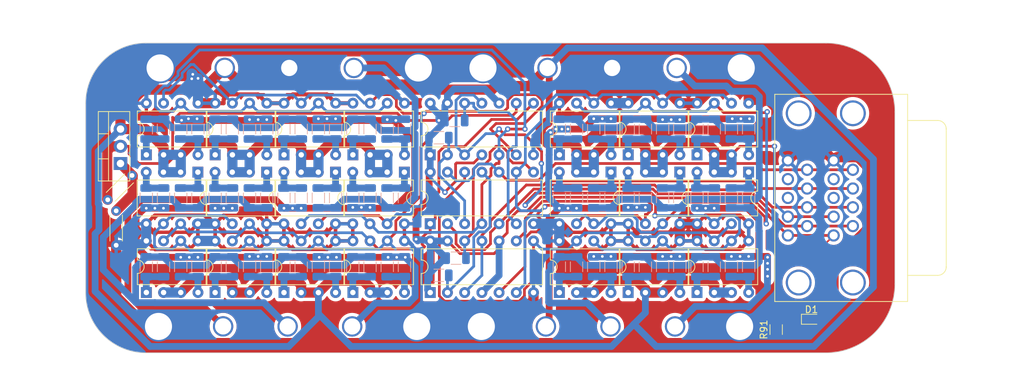
<source format=kicad_pcb>
(kicad_pcb (version 20221018) (generator pcbnew)
  (layers (0 "F.Cu" signal) (31 "B.Cu" signal) (34 "B.Paste" user) (35 "F.Paste" user) (36 "B.SilkS" user "B.Silkscreen") (37 "F.SilkS" user "F.Silkscreen") (38 "B.Mask" user) (39 "F.Mask" user) (44 "Edge.Cuts" user))
  (net 0 "")
  (net 1 "Net-(R1-Pad1)")
  (net 2 "/A")
  (net 3 "Net-(R2-Pad1)")
  (net 4 "/B")
  (net 5 "Net-(R3-Pad1)")
  (net 6 "/C")
  (net 7 "Net-(R4-Pad1)")
  (net 8 "/D")
  (net 9 "Net-(R10-Pad1)")
  (net 10 "Net-(R11-Pad1)")
  (net 11 "Net-(R12-Pad1)")
  (net 12 "Net-(R13-Pad1)")
  (net 13 "Net-(R14-Pad1)")
  (net 14 "Net-(R15-Pad1)")
  (net 15 "Net-(R16-Pad1)")
  (net 16 "Net-(U1B-D)")
  (net 17 "+5V")
  (net 18 "Net-(U1A-D)")
  (net 20 "/A_logic")
  (net 21 "/A_n_logic")
  (net 22 "GND")
  (net 23 "/B_n_logic")
  (net 24 "/B_logic")
  (net 25 "VCC")
  (net 28 "/CLOCK_lower")
  (net 29 "/DIRECTION_upper")
  (net 30 "/CLOCK_upper")
  (net 31 "/DIRECTION_lower")
  (net 33 "Net-(U28B-D)")
  (net 34 "Net-(U28A-D)")
  (net 35 "Net-(U11-ADJ)")
  (net 36 "Net-(R69-Pad1)")
  (net 37 "Net-(R70-Pad1)")
  (net 38 "Net-(R19-Pad1)")
  (net 39 "/E")
  (net 40 "Net-(R20-Pad1)")
  (net 41 "/F")
  (net 42 "Net-(R21-Pad1)")
  (net 43 "/G")
  (net 44 "Net-(R22-Pad1)")
  (net 45 "/H")
  (net 46 "Net-(R23-Pad1)")
  (net 47 "Net-(R24-Pad1)")
  (net 48 "Net-(R25-Pad1)")
  (net 49 "Net-(R26-Pad1)")
  (net 50 "Net-(R27-Pad1)")
  (net 51 "Net-(R28-Pad1)")
  (net 52 "Net-(R29-Pad1)")
  (net 53 "Net-(R30-Pad1)")
  (net 54 "Net-(R31-Pad1)")
  (net 55 "Net-(R32-Pad1)")
  (net 56 "Net-(R33-Pad1)")
  (net 57 "Net-(R34-Pad1)")
  (net 58 "/E_logic")
  (net 59 "/E_n_logic")
  (net 60 "/F_logic")
  (net 61 "/F_n_logic")
  (net 62 "Net-(R35-Pad1)")
  (net 63 "Net-(R36-Pad1)")
  (net 64 "Net-(R41-Pad1)")
  (net 65 "Net-(R42-Pad1)")
  (net 66 "Net-(R43-Pad1)")
  (net 67 "Net-(R44-Pad1)")
  (net 68 "Net-(R45-Pad1)")
  (net 69 "Net-(R46-Pad1)")
  (net 70 "Net-(R47-Pad1)")
  (net 71 "Net-(R48-Pad1)")
  (net 72 "Net-(R49-Pad1)")
  (net 73 "Net-(R50-Pad1)")
  (net 74 "Net-(R53-Pad1)")
  (net 75 "Net-(D1-K)")
  (footprint "Package_DIP:DIP-8_W7.62mm" (layer "F.Cu") (at 138.44 83.12 90)
    (fp_text reference "U10" hide)
    (fp_text value "~" hide)
  )
  (footprint "Package_DIP:DIP-8_W7.62mm" (layer "F.Cu") (at 209.55 83.13 90)
    (fp_text reference "U15" hide)
    (fp_text value "~" hide)
  )
  (footprint "178-009-613R571:178-009-613R571" (layer "F.Cu") (at 238.715 69.16 90)
    (fp_text reference "J2" hide)
    (fp_text value "178-009-613R571" hide)
  )
  (footprint "Package_DIP:DIP-8_W7.62mm" (layer "F.Cu") (at 148.6 62.8 90)
    (fp_text reference "U2" hide)
    (fp_text value "~" hide)
  )
  (footprint "Package_DIP:DIP-8_W7.62mm" (layer "F.Cu") (at 148.59 83.13 90)
    (fp_text reference "U6" hide)
    (fp_text value "~" hide)
  )
  (footprint "LED_SMD:LED_0603_1608Metric" (layer "F.Cu") (at 236.601 87.067)
    (fp_text reference "D1")
    (fp_text value "LED")
  )
  (footprint "Package_DIP:DIP-8_W7.62mm" (layer "F.Cu") (at 199.39 83.13 90)
    (fp_text reference "U13" hide)
    (fp_text value "~" hide)
  )
  (footprint "Package_DIP:DIP-14_W7.62mm" (layer "F.Cu") (at 180.34 83.13 90)
    (fp_text reference "U28" hide)
    (fp_text value "74LS74" hide)
  )
  (footprint "Package_DIP:DIP-8_W7.62mm" (layer "F.Cu") (at 219.72 62.8 90)
    (fp_text reference "U14" hide)
    (fp_text value "~" hide)
  )
  (footprint "Package_DIP:DIP-8_W7.62mm" (layer "F.Cu") (at 158.75 83.13 90)
    (fp_text reference "U25" hide)
    (fp_text value "~" hide)
  )
  (footprint "Package_DIP:DIP-8_W7.62mm" (layer "F.Cu") (at 217.17 65.35 -90)
    (fp_text reference "U18" hide)
    (fp_text value "~" hide)
  )
  (footprint "Package_DIP:DIP-8_W7.62mm" (layer "F.Cu") (at 209.56 62.8 90)
    (fp_text reference "U12" hide)
    (fp_text value "~" hide)
  )
  (footprint "Resistor_SMD:R_1206_3216Metric" (layer "F.Cu") (at 231.394 88.591 90)
    (fp_text reference "R91")
    (fp_text value "1")
  )
  (footprint "Package_DIP:DIP-8_W7.62mm" (layer "F.Cu") (at 219.72 83.12 90)
    (fp_text reference "U17" hide)
    (fp_text value "~" hide)
  )
  (footprint "Package_DIP:DIP-8_W7.62mm" (layer "F.Cu") (at 207.01 65.35 -90)
    (fp_text reference "U16" hide)
    (fp_text value "~" hide)
  )
  (footprint "Resistor_THT:R_Axial_DIN0204_L3.6mm_D1.6mm_P5.08mm_Horizontal" (layer "F.Cu") (at 133.985 71.065 -90)
    (fp_text reference "R38" hide)
    (fp_text value "220" hide)
  )
  (footprint "Package_DIP:DIP-8_W7.62mm" (layer "F.Cu") (at 146.04 65.36 -90)
    (fp_text reference "U4" hide)
    (fp_text value "~" hide)
  )
  (footprint "Package_DIP:DIP-8_W7.62mm" (layer "F.Cu") (at 199.4 62.8 90)
    (fp_text reference "U20" hide)
    (fp_text value "~" hide)
  )
  (footprint "Package_DIP:DIP-8_W7.62mm" (layer "F.Cu") (at 138.44 62.8 90)
    (fp_text reference "U5" hide)
    (fp_text value "~" hide)
  )
  (footprint "Package_DIP:DIP-14_W7.62mm" (layer "F.Cu") (at 180.34 72.97 90)
    (fp_text reference "U3" hide)
    (fp_text value "74LS136" hide)
  )
  (footprint "Package_DIP:DIP-14_W7.62mm" (layer "F.Cu") (at 180.335 62.8 90)
    (fp_text reference "U1" hide)
    (fp_text value "74LS74" hide)
  )
  (footprint "Package_TO_SOT_THT:TO-220-3_Vertical" (layer "F.Cu") (at 134.62 64.08 90)
    (fp_text reference "U11" hide)
    (fp_text value "LM317_TO-220" hide)
  )
  (footprint "Package_DIP:DIP-8_W7.62mm" (layer "F.Cu") (at 156.2 65.36 -90)
    (fp_text reference "U8" hide)
    (fp_text value "~" hide)
  )
  (footprint "Package_DIP:DIP-8_W7.62mm" (layer "F.Cu") (at 176.52 65.36 -90)
    (fp_text reference "U26" hide)
    (fp_text value "~" hide)
  )
  (footprint "Package_DIP:DIP-8_W7.62mm" (layer "F.Cu") (at 168.92 62.8 90)
    (fp_text reference "U9" hide)
    (fp_text value "~" hide)
  )
  (footprint "Package_DIP:DIP-8_W7.62mm" (layer "F.Cu") (at 158.76 62.8 90)
    (fp_text reference "U7" hide)
    (fp_text value "~" hide)
  )
  (footprint "Resistor_THT:R_Axial_DIN0204_L3.6mm_D1.6mm_P5.08mm_Horizontal" (layer "F.Cu") (at 132.739946 69.435678 45)
    (fp_text reference "R37" hide)
    (fp_text value "820" hide)
  )
  (footprint "Package_DIP:DIP-8_W7.62mm" (layer "F.Cu") (at 227.33 65.35 -90)
    (fp_text reference "U19" hide)
    (fp_text value "~" hide)
  )
  (footprint "Package_DIP:DIP-8_W7.62mm" (layer "F.Cu") (at 166.36 65.36 -90)
    (fp_text reference "U24" hide)
    (fp_text value "~" hide)
  )
  (footprint "Package_DIP:DIP-8_W7.62mm" (layer "F.Cu") (at 168.92 83.12 90)
    (fp_text reference "U27" hide)
    (fp_text value "~" hide)
  )
  (footprint "Resistor_SMD:R_1206_3216Metric" (layer "B.Cu") (at 146.05 59 90)
    (fp_text reference "R42" hide)
    (fp_text value "1" hide)
  )
  (footprint "Resistor_SMD:R_1206_3216Metric" (layer "B.Cu") (at 207.01 69.16 -90)
    (fp_text reference "R27" hide)
    (fp_text value "1" hide)
  )
  (footprint "Resistor_SMD:R_1206_3216Metric" (layer "B.Cu") (at 222.25 59 90)
    (fp_text reference "R75" hide)
    (fp_text value "1" hide)
  )
  (footprint "Resistor_SMD:R_1206_3216Metric" (layer "B.Cu") (at 158.75 69.16 -90)
    (fp_text reference "R44" hide)
    (fp_text value "1" hide)
  )
  (footprint "Resistor_SMD:R_1206_3216Metric" (layer "B.Cu") (at 166.37 69.16 -90)
    (fp_text reference "R43" hide)
    (fp_text value "1" hide)
  )
  (footprint "Resistor_SMD:R_1206_3216Metric" (layer "B.Cu") (at 146.05 69.16 -90)
    (fp_text reference "R3" hide)
    (fp_text value "1" hide)
  )
  (footprint "Resistor_SMD:R_1206_3216Metric" (layer "B.Cu") (at 214.63 79.32 90)
    (fp_text reference "R88" hide)
    (fp_text value "1" hide)
  )
  (footprint "Resistor_SMD:R_1206_3216Metric" (layer "B.Cu") (at 151.13 59 90)
    (fp_text reference "R39" hide)
    (fp_text value "1" hide)
  )
  (footprint "Resistor_SMD:R_1206_3216Metric" (layer "B.Cu") (at 199.39 59 90)
    (fp_text reference "R81" hide)
    (fp_text value "1" hide)
  )
  (footprint "Resistor_SMD:R_1206_3216Metric" (layer "B.Cu") (at 151.13 69.16 -90)
    (fp_text reference "R12" hide)
    (fp_text value "1" hide)
  )
  (footprint "Resistor_SMD:R_1206_3216Metric" (layer "B.Cu") (at 173.99 79.32 90)
    (fp_text reference "R62" hide)
    (fp_text value "1" hide)
  )
  (footprint "Resistor_SMD:R_1206_3216Metric" (layer "B.Cu") (at 163.83 59 90)
    (fp_text reference "R10" hide)
    (fp_text value "1" hide)
  )
  (footprint "Resistor_SMD:R_1206_3216Metric" (layer "B.Cu") (at 207.01 79.32 90)
    (fp_text reference "R22" hide)
    (fp_text value "1" hide)
  )
  (footprint "Resistor_SMD:R_1206_3216Metric" (layer "B.Cu") (at 217.17 59 90)
    (fp_text reference "R20" hide)
    (fp_text value "1" hide)
  )
  (footprint "Resistor_SMD:R_1206_3216Metric" (layer "B.Cu") (at 148.59 59 90)
    (fp_text reference "R1" hide)
    (fp_text value "1" hide)
  )
  (footprint "Resistor_SMD:R_1206_3216Metric" (layer "B.Cu") (at 140.97 69.16 -90)
    (fp_text reference "R72" hide)
    (fp_text value "1" hide)
  )
  (footprint "Resistor_SMD:R_1206_3216Metric" (layer "B.Cu") (at 161.29 59 90)
    (fp_text reference "R9" hide)
    (fp_text value "1" hide)
  )
  (footprint "Resistor_SMD:R_1206_3216Metric" (layer "B.Cu") (at 171.45 79.32 90)
    (fp_text reference "R61" hide)
    (fp_text value "1" hide)
  )
  (footprint "Resistor_SMD:R_1206_3216Metric" (layer "B.Cu") (at 181.61 60.27 180)
    (fp_text reference "R18" hide)
    (fp_text value "5k" hide)
  )
  (footprint "Resistor_SMD:R_1206_3216Metric" (layer "B.Cu") (at 222.25 79.32 90)
    (fp_text reference "R85" hide)
    (fp_text value "1" hide)
  )
  (footprint "Resistor_SMD:R_1206_3216Metric" (layer "B.Cu") (at 199.39 69.16 -90)
    (fp_text reference "R28" hide)
    (fp_text value "1" hide)
  )
  (footprint "Resistor_SMD:R_1206_3216Metric" (layer "B.Cu") (at 204.47 69.16 -90)
    (fp_text reference "R77" hide)
    (fp_text value "1" hide)
  )
  (footprint "Resistor_SMD:R_1206_3216Metric" (layer "B.Cu") (at 166.37 59 90)
    (fp_text reference "R54" hide)
    (fp_text value "1" hide)
  )
  (footprint "Resistor_SMD:R_1206_3216Metric" (layer "B.Cu") (at 183.9575 57.73 180)
    (fp_text reference "R17" hide)
    (fp_text value "5k" hide)
  )
  (footprint "Resistor_SMD:R_1206_3216Metric" (layer "B.Cu") (at 214.63 69.16 -90)
    (fp_text reference "R31" hide)
    (fp_text value "1" hide)
  )
  (footprint "Resistor_SMD:R_1206_3216Metric" (layer "B.Cu") (at 156.21 79.32 90)
    (fp_text reference "R70" hide)
    (fp_text value "1" hide)
  )
  (footprint "Resistor_SMD:R_1206_3216Metric" (layer "B.Cu") (at 173.99 69.16 -90)
    (fp_text reference "R59" hide)
    (fp_text value "1" hide)
  )
  (footprint "Resistor_SMD:R_1206_3216Metric" (layer "B.Cu") (at 176.53 69.16 -90)
    (fp_text reference "R47" hide)
    (fp_text value "1" hide)
  )
  (footprint "Resistor_SMD:R_1206_3216Metric" (layer "B.Cu") (at 161.29 69.16 -90)
    (fp_text reference "R58" hide)
    (fp_text value "1" hide)
  )
  (footprint "Resistor_SMD:R_1206_3216Metric" (layer "B.Cu") (at 217.17 69.16 -90)
    (fp_text reference "R79" hide)
    (fp_text value "1" hide)
  )
  (footprint "Resistor_SMD:R_1206_3216Metric" (layer "B.Cu") (at 163.83 69.16 -90)
    (fp_text reference "R57" hide)
    (fp_text value "1" hide)
  )
  (footprint "Resistor_SMD:R_1206_3216Metric" (layer "B.Cu") (at 184.15 78.05 180)
    (fp_text reference "R51" hide)
    (fp_text value "5k" hide)
  )
  (footprint "Resistor_SMD:R_1206_3216Metric" (layer "B.Cu") (at 204.47 59 90)
    (fp_text reference "R36" hide)
    (fp_text value "1" hide)
  )
  (footprint "Resistor_SMD:R_1206_3216Metric" (layer "B.Cu") (at 143.51 59 90)
    (fp_text reference "R6" hide)
    (fp_text value "1" hide)
  )
  (footprint "Resistor_SMD:R_1206_3216Metric" (layer "B.Cu") (at 199.39 79.32 90)
    (fp_text reference "R21" hide)
    (fp_text value "1" hide)
  )
  (footprint "Resistor_SMD:R_1206_3216Metric" (layer "B.Cu") (at 176.53 59 90)
    (fp_text reference "R14" hide)
    (fp_text value "1" hide)
  )
  (footprint "Resistor_SMD:R_1206_3216Metric" (layer "B.Cu") (at 148.59 79.32 90)
    (fp_text reference "R69" hide)
    (fp_text value "1" hide)
  )
  (footprint "Resistor_SMD:R_1206_3216Metric" (layer "B.Cu") (at 227.33 59 90)
    (fp_text reference "R24" hide)
    (fp_text value "1" hide)
  )
  (footprint "Resistor_SMD:R_1206_3216Metric" (layer "B.Cu") (at 212.09 59 90)
    (fp_text reference "R73" hide)
    (fp_text value "1" hide)
  )
  (footprint "Resistor_SMD:R_1206_3216Metric" (layer "B.Cu") (at 153.67 79.32 90)
    (fp_text reference "R8" hide)
    (fp_text value "1" hide)
  )
  (footprint "Resistor_SMD:R_1206_3216Metric" (layer "B.Cu") (at 219.71 59 90)
    (fp_text reference "R23" hide)
    (fp_text value "1" hide)
  )
  (footprint "Resistor_SMD:R_1206_3216Metric" (layer "B.Cu") (at 173.99 59 90)
    (fp_text reference "R56" hide)
    (fp_text value "1" hide)
  )
  (footprint "Resistor_SMD:R_1206_3216Metric" (layer "B.Cu") (at 161.29 79.32 90)
    (fp_text reference "R63" hide)
    (fp_text value "1" hide)
  )
  (footprint "Resistor_SMD:R_1206_3216Metric" (layer "B.Cu") (at 207.01 59 90)
    (fp_text reference "R82" hide)
    (fp_text value "1" hide)
  )
  (footprint "Resistor_SMD:R_1206_3216Metric" (layer "B.Cu") (at 146.05 79.32 90)
    (fp_text reference "R66" hide)
    (fp_text value "1" hide)
  )
  (footprint "Resistor_SMD:R_1206_3216Metric" (layer "B.Cu") (at 209.55 69.16 -90)
    (fp_text reference "R32" hide)
    (fp_text value "1" hide)
  )
  (footprint "Resistor_SMD:R_1206_3216Metric" (layer "B.Cu") (at 212.09 69.16 -90)
    (fp_text reference "R80" hide)
    (fp_text value "1" hide)
  )
  (footprint "Resistor_SMD:R_1206_3216Metric" (layer "B.Cu") (at 140.97 59 90)
    (fp_text reference "R5" hide)
    (fp_text value "1" hide)
  )
  (footprint "Resistor_SMD:R_1206_3216Metric" (layer "B.Cu") (at 158.75 59 90)
    (fp_text reference "R53" hide)
    (fp_text value "1" hide)
  )
  (footprint "Resistor_SMD:R_1206_3216Metric" (layer "B.Cu") (at 151.13 79.32 90)
    (fp_text reference "R7" hide)
    (fp_text value "1" hide)
  )
  (footprint "Resistor_SMD:R_1206_3216Metric" (layer "B.Cu") (at 214.63 59 90)
    (fp_text reference "R74" hide)
    (fp_text value "1" hide)
  )
  (footprint "Resistor_SMD:R_1206_3216Metric" (layer "B.Cu") (at 227.33 79.32 90)
    (fp_text reference "R30" hide)
    (fp_text value "1" hide)
  )
  (footprint "Resistor_SMD:R_1206_3216Metric" (layer "B.Cu") (at 219.71 79.32 90)
    (fp_text reference "R29" hide)
    (fp_text value "1" hide)
  )
  (footprint "Resistor_SMD:R_1206_3216Metric" (layer "B.Cu") (at 176.53 79.32 90)
    (fp_text reference "R50" hide)
    (fp_text value "1" hide)
  )
  (footprint "Resistor_SMD:R_1206_3216Metric" (layer "B.Cu") (at 156.21 69.16 -90)
    (fp_text reference "R67" hide)
    (fp_text value "1" hide)
  )
  (footprint "Resistor_SMD:R_1206_3216Metric" (layer "B.Cu") (at 171.45 59 90)
    (fp_text reference "R13" hide)
    (fp_text value "1" hide)
  )
  (footprint "Resistor_SMD:R_1206_3216Metric" (layer "B.Cu") (at 143.51 79.32 90)
    (fp_text reference "R16" hide)
    (fp_text value "1" hide)
  )
  (footprint "Resistor_SMD:R_1206_3216Metric" (layer "B.Cu") (at 171.45 69.16 -90)
    (fp_text reference "R60" hide)
    (fp_text value "1" hide)
  )
  (footprint "Resistor_SMD:R_1206_3216Metric" (layer "B.Cu") (at 201.93 79.32 90)
    (fp_text reference "R89" hide)
    (fp_text value "1" hide)
  )
  (footprint "Resistor_SMD:R_1206_3216Metric" (layer "B.Cu") (at 212.09 79.32 90)
    (fp_text reference "R87" hide)
    (fp_text value "1" hide)
  )
  (footprint "Resistor_SMD:R_1206_3216Metric" (layer "B.Cu") (at 158.75 79.32 90)
    (fp_text reference "R45" hide)
    (fp_text value "1" hide)
  )
  (footprint "Resistor_SMD:R_1206_3216Metric" (layer "B.Cu") (at 224.79 69.16 -90)
    (fp_text reference "R33" hide)
    (fp_text value "1" hide)
  )
  (footprint "Resistor_SMD:R_1206_3216Metric" (layer "B.Cu") (at 156.21 59 90)
    (fp_text reference "R40" hide)
    (fp_text value "1" hide)
  )
  (footprint "Resistor_SMD:R_1206_3216Metric" (layer "B.Cu") (at 168.91 69.16 -90)
    (fp_text reference "R48" hide)
    (fp_text value "1" hide)
  )
  (footprint "Resistor_SMD:R_1206_3216Metric" (layer "B.Cu") (at 153.67 59 90)
    (fp_text reference "R2" hide)
    (fp_text value "1" hide)
  )
  (footprint "Resistor_SMD:R_1206_3216Metric" (layer "B.Cu") (at 209.55 79.32 90)
    (fp_text reference "R25" hide)
    (fp_text value "1" hide)
  )
  (footprint "Resistor_SMD:R_1206_3216Metric" (layer "B.Cu") (at 168.91 79.32 90)
    (fp_text reference "R49" hide)
    (fp_text value "1" hide)
  )
  (footprint "Resistor_SMD:R_1206_3216Metric" (layer "B.Cu") (at 166.37 79.32 90)
    (fp_text reference "R46" hide)
    (fp_text value "1" hide)
  )
  (footprint "Resistor_SMD:R_1206_3216Metric" (layer "B.Cu") (at 140.97 79.32 90)
    (fp_text reference "R65" hide)
    (fp_text value "1" hide)
  )
  (footprint "Resistor_SMD:R_1206_3216Metric" (layer "B.Cu") (at 219.71 69.16 -90)
    (fp_text reference "R34" hide)
    (fp_text value "1" hide)
  )
  (footprint "Resistor_SMD:R_1206_3216Metric" (layer "B.Cu") (at 217.17 79.32 90)
    (fp_text reference "R26" hide)
    (fp_text value "1" hide)
  )
  (footprint "Resistor_SMD:R_1206_3216Metric" (layer "B.Cu") (at 148.59 69.16 -90)
    (fp_text reference "R68" hide)
    (fp_text value "1" hide)
  )
  (footprint "Resistor_SMD:R_1206_3216Metric" (layer "B.Cu") (at 138.43 79.32 90)
    (fp_text reference "R15" hide)
    (fp_text value "1" hide)
  )
  (footprint "Resistor_SMD:R_1206_3216Metric" (layer "B.Cu") (at 209.55 59 90)
    (fp_text reference "R19" hide)
    (fp_text value "1" hide)
  )
  (footprint "Resistor_SMD:R_1206_3216Metric" (layer "B.Cu") (at 181.61 80.59 180)
    (fp_text reference "R52" hide)
    (fp_text value "5k" hide)
  )
  (footprint "Resistor_SMD:R_1206_3216Metric" (layer "B.Cu") (at 222.25 69.16 -90)
    (fp_text reference "R84" hide)
    (fp_text value "1" hide)
  )
  (footprint "Resistor_SMD:R_1206_3216Metric" (layer "B.Cu") (at 138.43 59 90)
    (fp_text reference "R41" hide)
    (fp_text value "1" hide)
  )
  (footprint "Resistor_SMD:R_1206_3216Metric" (layer "B.Cu") (at 227.33 69.16 -90)
    (fp_text reference "R83" hide)
    (fp_text value "1" hide)
  )
  (footprint "Resistor_SMD:R_1206_3216Metric" (layer "B.Cu") (at 163.83 79.32 90)
    (fp_text reference "R64" hide)
    (fp_text value "1" hide)
  )
  (footprint "Resistor_SMD:R_1206_3216Metric" (layer "B.Cu") (at 201.93 69.16 -90)
    (fp_text reference "R78" hide)
    (fp_text value "1" hide)
  )
  (footprint "Resistor_SMD:R_1206_3216Metric" (layer "B.Cu") (at 224.79 79.32 90)
    (fp_text reference "R86" hide)
    (fp_text value "1" hide)
  )
  (footprint "Resistor_SMD:R_1206_3216Metric" (layer "B.Cu") (at 138.43 69.16 -90)
    (fp_text reference "R4" hide)
    (fp_text value "1" hide)
  )
  (footprint "Resistor_SMD:R_1206_3216Metric" (layer "B.Cu") (at 168.91 59 90)
    (fp_text reference "R55" hide)
    (fp_text value "1" hide)
  )
  (footprint "Resistor_SMD:R_1206_3216Metric" (layer "B.Cu") (at 224.79 59 90)
    (fp_text reference "R76" hide)
    (fp_text value "1" hide)
  )
  (footprint "Resistor_SMD:R_1206_3216Metric" (layer "B.Cu") (at 143.51 69.16 -90)
    (fp_text reference "R71" hide)
    (fp_text value "1" hide)
  )
  (footprint "Resistor_SMD:R_1206_3216Metric" (layer "B.Cu") (at 201.93 59 90)
    (fp_text reference "R35" hide)
    (fp_text value "1" hide)
  )
  (footprint "Resistor_SMD:R_1206_3216Metric" (layer "B.Cu") (at 204.47 79.32 90)
    (fp_text reference "R90" hide)
    (fp_text value "1" hide)
  )
  (footprint "Resistor_SMD:R_1206_3216Metric" (layer "B.Cu") (at 153.67 69.16 -90)
    (fp_text reference "R11" hide)
    (fp_text value "1" hide)
  )
  (gr_arc (start 238.76 46.3) (mid 245.944205 49.275795) (end 248.92 56.46) (stroke (width 0.1)) (layer "Edge.Cuts"))
  (gr_line (start 138.366179 92.02) (end 238.76 92.02) (stroke (width 0.1)) (layer "Edge.Cuts"))
  (gr_line (start 138.366179 46.3) (end 238.76 46.3) (stroke (width 0.1)) (layer "Edge.Cuts"))
  (gr_arc (start 138.366179 92.02) (mid 132.08 89.416179) (end 129.476179 83.13) (stroke (width 0.1)) (layer "Edge.Cuts"))
  (gr_arc (start 129.476179 55.19) (mid 132.08 48.903821) (end 138.366179 46.3) (stroke (width 0.1)) (layer "Edge.Cuts"))
  (gr_line (start 248.92 56.46) (end 248.92 81.86) (stroke (width 0.1)) (layer "Edge.Cuts"))
  (gr_line (start 129.476179 83.13) (end 129.476179 55.19) (stroke (width 0.1)) (layer "Edge.Cuts"))
  (gr_arc (start 248.92 81.86) (mid 245.944205 89.044205) (end 238.76 92.02) (stroke (width 0.1)) (layer "Edge.Cuts"))
  (segment (start 151.13 60.4625) (end 148.59 60.4625) (width 1) (layer "B.Cu") (net 1))
  (segment (start 148.59 60.4625) (end 148.59 62.79) (width 1) (layer "B.Cu") (net 1))
  (segment (start 148.59 62.79) (end 148.6 62.8) (width 1) (layer "B.Cu") (net 1))
  (via (at 169.06 49.98) (size 3) (drill 2.4) (layers "F.Cu" "B.Cu") (net 2))
  (segment (start 167.6325 69.36) (end 166.37 70.6225) (width 1) (layer "B.Cu") (net 2))
  (segment (start 147.3275 58.8) (end 148.59 57.5375) (width 1) (layer "B.Cu") (net 2))
  (segment (start 178.105 58.695) (end 178.105 54.623679) (width 1) (layer "B.Cu") (net 2))
  (segment (start 138.43 57.5375) (end 140.97 57.5375) (width 1) (layer "B.Cu") (net 2))
  (segment (start 173.99 70.6225) (end 172.7275 69.36) (width 1) (layer "B.Cu") (net 2))
  (segment (start 178.105 54.623679) (end 173.461321 49.98) (width 1) (layer "B.Cu") (net 2))
  (segment (start 162.5525 58.8) (end 167.6475 58.8) (width 1) (layer "B.Cu") (net 2))
  (segment (start 177.6 59.2) (end 178.105 59.705) (width 1) (layer "B.Cu") (net 2))
  (segment (start 172.7275 69.36) (end 167.6325 69.36) (width 1) (layer "B.Cu") (net 2))
  (segment (start 163.83 70.6225) (end 166.37 70.6225) (width 1) (layer "B.Cu") (net 2))
  (segment (start 152.3925 58.8) (end 157.4875 58.8) (width 1) (layer "B.Cu") (net 2))
  (segment (start 158.75 57.5375) (end 161.29 57.5375) (width 1) (layer "B.Cu") (net 2))
  (segment (start 173.99 70.6225) (end 176.53 70.6225) (width 1) (layer "B.Cu") (net 2))
  (segment (start 161.29 57.5375) (end 162.5525 58.8) (width 1) (layer "B.Cu") (net 2))
  (segment (start 167.6475 58.8) (end 168.91 57.5375) (width 1) (layer "B.Cu") (net 2))
  (segment (start 142.2325 58.8) (end 147.3275 58.8) (width 1) (layer "B.Cu") (net 2))
  (segment (start 171.45 57.5375) (end 173.1125 59.2) (width 1) (layer "B.Cu") (net 2))
  (segment (start 178.105 69.0475) (end 176.53 70.6225) (width 1) (layer "B.Cu") (net 2))
  (segment (start 148.59 57.5375) (end 151.13 57.5375) (width 1) (layer "B.Cu") (net 2))
  (segment (start 140.97 57.5375) (end 142.2325 58.8) (width 1) (layer "B.Cu") (net 2))
  (segment (start 177.6 59.2) (end 178.105 58.695) (width 1) (layer "B.Cu") (net 2))
  (segment (start 173.1125 59.2) (end 177.6 59.2) (width 1) (layer "B.Cu") (net 2))
  (segment (start 151.13 57.5375) (end 152.3925 58.8) (width 1) (layer "B.Cu") (net 2))
  (segment (start 178.105 59.705) (end 178.105 69.0475) (width 1) (layer "B.Cu") (net 2))
  (segment (start 157.4875 58.8) (end 158.75 57.5375) (width 1) (layer "B.Cu") (net 2))
  (segment (start 173.461321 49.98) (end 169.06 49.98) (width 1) (layer "B.Cu") (net 2))
  (segment (start 168.91 57.5375) (end 171.45 57.5375) (width 1) (layer "B.Cu") (net 2))
  (segment (start 153.67 60.4625) (end 156.21 60.4625) (width 1) (layer "B.Cu") (net 3))
  (segment (start 156.21 60.4625) (end 156.21 62.79) (width 1) (layer "B.Cu") (net 3))
  (segment (start 156.21 62.79) (end 156.22 62.8) (width 1) (layer "B.Cu") (net 3))
  (segment (start 146.83 85.18) (end 149.77 88.12) (width 1) (layer "F.Cu") (net 4))
  (segment (start 143.637 57.7005) (end 143.6665 57.73) (width 1) (layer "F.Cu") (net 4))
  (segment (start 174.97425 57.73) (end 178.04 60.79575) (width 1) (layer "F.Cu") (net 4))
  (segment (start 137.748944 69.414) (end 135.72 71.442944) (width 1) (layer "F.Cu") (net 4))
  (segment (start 143.6665 57.73) (end 174.97425 57.73) (width 1) (layer "F.Cu") (net 4))
  (segment (start 175.006 70.684) (end 171.323 70.684) (width 1) (layer "F.Cu") (net 4))
  (segment (start 178.04 60.79575) (end 178.04 67.65) (width 1) (layer "F.Cu") (net 4))
  (segment (start 158.75 70.684) (end 157.48 69.414) (width 1) (layer "F.Cu") (net 4))
  (segment (start 157.48 69.414) (end 137.748944 69.414) (width 1) (layer "F.Cu") (net 4))
  (segment (start 178.04 67.65) (end 175.006 70.684) (width 1) (layer "F.Cu") (net 4))
  (segment (start 158.75 70.684) (end 171.323 70.684) (width 1) (layer "F.Cu") (net 4))
  (segment (start 135.72 71.442944) (end 135.72 83.4) (width 1) (layer "F.Cu") (net 4))
  (segment (start 135.72 83.4) (end 137.5 85.18) (width 1) (layer "F.Cu") (net 4))
  (segment (start 137.5 85.18) (end 146.83 85.18) (width 1) (layer "F.Cu") (net 4))
  (segment (start 171.323 70.684) (end 171.45 70.557) (width 1) (layer "F.Cu") (net 4))
  (via (at 160.02 70.684) (size 0.8) (drill 0.4) (layers "F.Cu" "B.Cu") (net 4))
  (via (at 173.99 57.603) (size 0.8) (drill 0.4) (layers "F.Cu" "B.Cu") (net 4))
  (via (at 163.83 57.476) (size 0.8) (drill 0.4) (layers "F.Cu" "B.Cu") (net 4))
  (via (at 171.45 70.557) (size 0.8) (drill 0.4) (layers "F.Cu" "B.Cu") (net 4))
  (via (at 158.75 70.684) (size 0.8) (drill 0.4) (layers "F.Cu" "B.Cu") (net 4))
  (via (at 145.923 57.476) (size 0.8) (drill 0.4) (layers "F.Cu" "B.Cu") (net 4))
  (via (at 144.653 57.476) (size 0.8) (drill 0.4) (layers "F.Cu" "B.Cu") (net 4))
  (via (at 166.37 57.476) (size 0.8) (drill 0.4) (layers "F.Cu" "B.Cu") (net 4))
  (via (at 161.29 70.684) (size 0.8) (drill 0.4) (layers "F.Cu" "B.Cu") (net 4))
  (via (at 143.637 57.7005) (size 0.8) (drill 0.4) (layers "F.Cu" "B.Cu") (net 4))
  (via (at 156.21 57.603) (size 0.8) (drill 0.4) (layers "F.Cu" "B.Cu") (net 4))
  (via (at 149.77 88.12) (size 3) (drill 2.4) (layers "F.Cu" "B.Cu") (net 4))
  (via (at 170.18 70.557) (size 0.8) (drill 0.4) (layers "F.Cu" "B.Cu") (net 4))
  (via (at 154.94 57.603) (size 0.8) (drill 0.4) (layers "F.Cu" "B.Cu") (net 4))
  (via (at 165.1 57.476) (size 0.8) (drill 0.4) (layers "F.Cu" "B.Cu") (net 4))
  (via (at 168.91 70.557) (size 0.8) (drill 0.4) (layers "F.Cu" "B.Cu") (net 4))
  (via (at 175.26 57.73) (size 0.8) (drill 0.4) (layers "F.Cu" "B.Cu") (net 4))
  (via (at 153.67 57.603) (size 0.8) (drill 0.4) (layers "F.Cu" "B.Cu") (net 4))
  (segment (start 158.75 70.6225) (end 161.29 70.6225) (width 1) (layer "B.Cu") (net 4))
  (segment (start 163.83 57.5375) (end 166.37 57.5375) (width 1) (layer "B.Cu") (net 4))
  (segment (start 173.99 57.5375) (end 176.53 57.5375) (width 1) (layer "B.Cu") (net 4))
  (segment (start 153.67 57.5375) (end 156.21 57.5375) (width 1) (layer "B.Cu") (net 4))
  (segment (start 168.91 70.6225) (end 171.45 70.6225) (width 1) (layer "B.Cu") (net 4))
  (segment (start 143.51 57.5375) (end 146.05 57.5375) (width 1) (layer "B.Cu") (net 4))
  (segment (start 146.05 65.37) (end 146.04 65.36) (width 1) (layer "B.Cu") (net 5))
  (segment (start 146.05 67.6975) (end 146.05 65.37) (width 1) (layer "B.Cu") (net 5))
  (segment (start 143.51 67.6975) (end 146.05 67.6975) (width 1) (layer "B.Cu") (net 5))
  (via (at 159.29 88.13) (size 3) (drill 2.4) (layers "F.Cu" "B.Cu") (net 6))
  (segment (start 139.71 84.63) (end 155.79 84.63) (width 1) (layer "B.Cu") (net 6))
  (segment (start 136.855 70.174899) (end 132.08 74.949899) (width 1) (layer "B.Cu") (net 6))
  (segment (start 162.5525 79.12) (end 167.6475 79.12) (width 1) (layer "B.Cu") (net 6))
  (segment (start 136.94 84.62) (end 139.7 84.62) (width 1) (layer "B.Cu") (net 6))
  (segment (start 132.08 74.949899) (end 132.08 79.76) (width 1) (layer "B.Cu") (net 6))
  (segment (start 142.2475 69.36) (end 137.411497 69.36) (width 1) (layer "B.Cu") (net 6))
  (segment (start 167.6475 79.12) (end 168.91 77.8575) (width 1) (layer "B.Cu") (net 6))
  (segment (start 157.4875 79.12) (end 158.75 77.8575) (width 1) (layer "B.Cu") (net 6))
  (segment (start 161.29 77.8575) (end 162.5525 79.12) (width 1) (layer "B.Cu") (net 6))
  (segment (start 152.3925 79.12) (end 157.4875 79.12) (width 1) (layer "B.Cu") (net 6))
  (segment (start 155.79 84.63) (end 159.29 88.13) (width 1) (layer "B.Cu") (net 6))
  (segment (start 158.75 77.8575) (end 161.29 77.8575) (width 1) (layer "B.Cu") (net 6))
  (segment (start 168.91 77.8575) (end 171.45 77.8575) (width 1) (layer "B.Cu") (net 6))
  (segment (start 153.67 70.6225) (end 156.21 70.6225) (width 1) (layer "B.Cu") (net 6))
  (segment (start 151.13 77.8575) (end 152.3925 79.12) (width 1) (layer "B.Cu") (net 6))
  (segment (start 140.97 77.8575) (end 142.2325 79.12) (width 1) (layer "B.Cu") (net 6))
  (segment (start 142.2325 79.12) (end 147.3275 79.12) (width 1) (layer "B.Cu") (net 6))
  (segment (start 148.59 77.8575) (end 151.13 77.8575) (width 1) (layer "B.Cu") (net 6))
  (segment (start 153.67 70.6225) (end 152.4075 69.36) (width 1) (layer "B.Cu") (net 6))
  (segment (start 136.855 84.535) (end 136.94 84.62) (width 1) (layer "B.Cu") (net 6))
  (segment (start 147.3125 69.36) (end 146.05 70.6225) (width 1) (layer "B.Cu") (net 6))
  (segment (start 152.4075 69.36) (end 147.3125 69.36) (width 1) (layer "B.Cu") (net 6))
  (segment (start 147.3275 79.12) (end 148.59 77.8575) (width 1) (layer "B.Cu") (net 6))
  (segment (start 132.08 79.76) (end 136.94 84.62) (width 1) (layer "B.Cu") (net 6))
  (segment (start 138.43 77.8575) (end 140.97 77.8575) (width 1) (layer "B.Cu") (net 6))
  (segment (start 137.411497 69.36) (end 136.855 69.916497) (width 1) (layer "B.Cu") (net 6))
  (segment (start 143.51 70.6225) (end 146.05 70.6225) (width 1) (layer "B.Cu") (net 6))
  (segment (start 136.855 69.916497) (end 136.855 70.174899) (width 1) (layer "B.Cu") (net 6))
  (segment (start 138.43 77.8575) (end 136.855 79.4325) (width 1) (layer "B.Cu") (net 6))
  (segment (start 139.7 84.62) (end 139.71 84.63) (width 1) (layer "B.Cu") (net 6))
  (segment (start 143.51 70.6225) (end 142.2475 69.36) (width 1) (layer "B.Cu") (net 6))
  (segment (start 136.855 79.4325) (end 136.855 84.535) (width 1) (layer "B.Cu") (net 6))
  (segment (start 140.97 67.6975) (end 138.43 67.6975) (width 1) (layer "B.Cu") (net 7))
  (segment (start 138.43 65.37) (end 138.42 65.36) (width 1) (layer "B.Cu") (net 7))
  (segment (start 138.43 67.6975) (end 138.43 65.37) (width 1) (layer "B.Cu") (net 7))
  (segment (start 138.557 77.923) (end 143.51 77.923) (width 1) (layer "F.Cu") (net 8))
  (segment (start 136.94 76.306) (end 138.557 77.923) (width 1) (layer "F.Cu") (net 8))
  (segment (start 151.13 70.684) (end 138.43 70.684) (width 1) (layer "F.Cu") (net 8))
  (segment (start 143.51 77.923) (end 176.657 77.923) (width 1) (layer "F.Cu") (net 8))
  (segment (start 136.92 71.94) (end 136.92 73.601321) (width 1) (layer "F.Cu") (net 8))
  (segment (start 137.16 74.658679) (end 136.94 74.878679) (width 1) (layer "F.Cu") (net 8))
  (segment (start 136.94 74.878679) (end 136.94 76.306) (width 1) (layer "F.Cu") (net 8))
  (segment (start 137.16 73.841321) (end 137.16 74.658679) (width 1) (layer "F.Cu") (net 8))
  (segment (start 138.43 70.684) (end 138.176 70.684) (width 1) (layer "F.Cu") (net 8))
  (segment (start 138.176 70.684) (end 136.92 71.94) (width 1) (layer "F.Cu") (net 8))
  (segment (start 136.92 73.601321) (end 137.16 73.841321) (width 1) (layer "F.Cu") (net 8))
  (via (at 168.82 88.13) (size 3) (drill 2.4) (layers "F.Cu" "B.Cu") (net 8))
  (via (at 163.957 77.923) (size 0.8) (drill 0.4) (layers "F.Cu" "B.Cu") (net 8))
  (via (at 176.657 77.923) (size 0.8) (drill 0.4) (layers "F.Cu" "B.Cu") (net 8))
  (via (at 153.67 77.796) (size 0.8) (drill 0.4) (layers "F.Cu" "B.Cu") (net 8))
  (via (at 146.05 77.923) (size 0.8) (drill 0.4) (layers "F.Cu" "B.Cu") (net 8))
  (via (at 149.86 70.684) (size 0.8) (drill 0.4) (layers "F.Cu" "B.Cu") (net 8))
  (via (at 166.497 77.923) (size 0.8) (drill 0.4) (layers "F.Cu" "B.Cu") (net 8))
  (via (at 154.94 77.796) (size 0.8) (drill 0.4) (layers "F.Cu" "B.Cu") (net 8))
  (via (at 165.227 77.923) (size 0.8) (drill 0.4) (layers "F.Cu" "B.Cu") (net 8))
  (via (at 151.13 70.684) (size 0.8) (drill 0.4) (layers "F.Cu" "B.Cu") (net 8))
  (via (at 175.387 77.923) (size 0.8) (drill 0.4) (layers "F.Cu" "B.Cu") (net 8))
  (via (at 144.78 77.923) (size 0.8) (drill 0.4) (layers "F.Cu" "B.Cu") (net 8))
  (via (at 138.43 70.684) (size 0.8) (drill 0.4) (layers "F.Cu" "B.Cu") (net 8))
  (via (at 156.21 77.796) (size 0.8) (drill 0.4) (layers "F.Cu" "B.Cu") (net 8))
  (via (at 143.51 77.923) (size 0.8) (drill 0.4) (layers "F.Cu" "B.Cu") (net 8))
  (via (at 140.97 70.684) (size 0.8) (drill 0.4) (layers "F.Cu" "B.Cu") (net 8))
  (via (at 148.59 70.684) (size 0.8) (drill 0.4) (layers "F.Cu" "B.Cu") (net 8))
  (via (at 174.117 77.923) (size 0.8) (drill 0.4) (layers "F.Cu" "B.Cu") (net 8))
  (via (at 139.7 70.684) (size 0.8) (drill 0.4) (layers "F.Cu" "B.Cu") (net 8))
  (segment (start 143.51 77.8575) (end 146.05 77.8575) (width 1) (layer "B.Cu") (net 8))
  (segment (start 177.165 84.68) (end 172.27 84.68) (width 1) (layer "B.Cu") (net 8))
  (segment (start 148.59 70.6225) (end 151.13 70.6225) (width 1) (layer "B.Cu") (net 8))
  (segment (start 178.105 83.74) (end 177.165 84.68) (width 1) (layer "B.Cu") (net 8))
  (segment (start 173.99 77.8575) (end 176.53 77.8575) (width 1) (layer "B.Cu") (net 8))
  (segment (start 172.27 84.68) (end 168.82 88.13) (width 1) (layer "B.Cu") (net 8))
  (segment (start 176.657 77.923) (end 178.105 79.371) (width 1) (layer "B.Cu") (net 8))
  (segment (start 138.43 70.6225) (end 140.97 70.6225) (width 1) (layer "B.Cu") (net 8))
  (segment (start 153.67 77.8575) (end 156.21 77.8575) (width 1) (layer "B.Cu") (net 8))
  (segment (start 163.83 77.8575) (end 166.37 77.8575) (width 1) (layer "B.Cu") (net 8))
  (segment (start 178.105 79.371) (end 178.105 83.74) (width 1) (layer "B.Cu") (net 8))
  (segment (start 166.37 62.79) (end 166.38 62.8) (width 1) (layer "B.Cu") (net 9))
  (segment (start 166.37 60.4625) (end 166.37 62.79) (width 1) (layer "B.Cu") (net 9))
  (segment (start 163.83 60.4625) (end 166.37 60.4625) (width 1) (layer "B.Cu") (net 9))
  (segment (start 156.2 65.36) (end 156.2 67.6875) (width 1) (layer "B.Cu") (net 10))
  (segment (start 156.2 67.6875) (end 156.21 67.6975) (width 1) (layer "B.Cu") (net 10))
  (segment (start 153.67 67.6975) (end 156.21 67.6975) (width 1) (layer "B.Cu") (net 10))
  (segment (start 151.13 67.6975) (end 148.59 67.6975) (width 1) (layer "B.Cu") (net 11))
  (segment (start 148.59 67.6975) (end 148.59 65.37) (width 1) (layer "B.Cu") (net 11))
  (segment (start 148.59 65.37) (end 148.58 65.36) (width 1) (layer "B.Cu") (net 11))
  (segment (start 171.45 60.4625) (end 168.91 60.4625) (width 1) (layer "B.Cu") (net 12))
  (segment (start 168.91 62.79) (end 168.92 62.8) (width 1) (layer "B.Cu") (net 12))
  (segment (start 168.91 60.4625) (end 168.91 62.79) (width 1) (layer "B.Cu") (net 12))
  (segment (start 176.53 62.79) (end 176.54 62.8) (width 1) (layer "B.Cu") (net 13))
  (segment (start 173.99 60.4625) (end 176.53 60.4625) (width 1) (layer "B.Cu") (net 13))
  (segment (start 176.53 60.4625) (end 176.53 62.79) (width 1) (layer "B.Cu") (net 13))
  (segment (start 138.43 80.7825) (end 138.43 83.11) (width 1) (layer "B.Cu") (net 14))
  (segment (start 140.97 80.7825) (end 138.43 80.7825) (width 1) (layer "B.Cu") (net 14))
  (segment (start 138.43 83.11) (end 138.44 83.12) (width 1) (layer "B.Cu") (net 14))
  (segment (start 146.05 83.11) (end 146.06 83.12) (width 1) (layer "B.Cu") (net 15))
  (segment (start 143.51 80.7825) (end 146.05 80.7825) (width 1) (layer "B.Cu") (net 15))
  (segment (start 146.05 80.7825) (end 146.05 83.11) (width 1) (layer "B.Cu") (net 15))
  (segment (start 191.77 56.46) (end 193.04 57.73) (width 0.4) (layer "B.Cu") (net 16))
  (segment (start 186.755 55.677057) (end 187.537943 56.46) (width 0.4) (layer "B.Cu") (net 16))
  (segment (start 192.98 61.6) (end 192.537943 61.6) (width 0.4) (layer "B.Cu") (net 16))
  (segment (start 191.835 62.302943) (end 191.835 71.765) (width 0.4) (layer "B.Cu") (net 16))
  (segment (start 186.755 55.18) (end 186.755 55.677057) (width 0.4) (layer "B.Cu") (net 16))
  (segment (start 193.04 61.54) (end 192.98 61.6) (width 0.4) (layer "B.Cu") (net 16))
  (segment (start 191.835 71.765) (end 193.04 72.97) (width 0.4) (layer "B.Cu") (net 16))
  (segment (start 185.415 55.18) (end 186.755 55.18) (width 0.4) (layer "B.Cu") (net 16))
  (segment (start 192.537943 61.6) (end 191.835 62.302943) (width 0.4) (layer "B.Cu") (net 16))
  (segment (start 193.04 57.73) (end 193.04 61.54) (width 0.4) (layer "B.Cu") (net 16))
  (segment (start 185.42 55.185) (end 185.415 55.18) (width 0.4) (layer "B.Cu") (net 16))
  (segment (start 185.42 57.73) (end 185.42 55.185) (width 0.4) (layer "B.Cu") (net 16))
  (segment (start 187.537943 56.46) (end 191.77 56.46) (width 0.4) (layer "B.Cu") (net 16))
  (segment (start 196.67145 69.055) (end 197.797944 69.055) (width 0.4) (layer "F.Cu") (net 17))
  (segment (start 142.737 57.327708) (end 143.388708 56.676) (width 0.4) (layer "F.Cu") (net 17))
  (segment (start 191.7 74.31) (end 191.7 72.612943) (width 0.4) (layer "F.Cu") (net 17))
  (segment (start 175.490415 56.676) (end 176.544415 57.73) (width 0.4) (layer "F.Cu") (net 17))
  (segment (start 137.32 64.08) (end 141.537057 64.08) (width 0.4) (layer "F.Cu") (net 17))
  (segment (start 182.510685 68.280723) (end 182.510685 68.326516) (width 0.4) (layer "F.Cu") (net 17))
  (segment (start 213.662848 69.16) (end 227.762641 69.16) (width 0.4) (layer "F.Cu") (net 17))
  (segment (start 197.797944 69.055) (end 198.395944 68.457) (width 0.4) (layer "F.Cu") (net 17))
  (segment (start 190.5 75.51) (end 190.5 76.64137) (width 0.4) (layer "F.Cu") (net 17))
  (segment (start 182.464892 68.326516) (end 182.4191 68.372308) (width 0.4) (layer "F.Cu") (net 17))
  (segment (start 180.18 69.32) (end 178.24 71.26) (width 1) (layer "F.Cu") (net 17))
  (segment (start 142.737 57.683208) (end 142.737 57.327708) (width 0.4) (layer "F.Cu") (net 17))
  (segment (start 184.08 66.711408) (end 182.510685 68.280723) (width 0.4) (layer "F.Cu") (net 17))
  (segment (start 142.32 57.266208) (end 142.737 57.683208) (width 0.4) (layer "F.Cu") (net 17))
  (segment (start 198.395944 68.457) (end 212.959848 68.457) (width 0.4) (layer "F.Cu") (net 17))
  (segment (start 141.537057 64.08) (end 142.32 63.297057) (width 0.4) (layer "F.Cu") (net 17))
  (segment (start 132.67 62.1775) (end 132.67 69.365732) (width 1.5) (layer "F.Cu") (net 17))
  (segment (start 180.34 65.35) (end 180.18 65.51) (width 1) (layer "F.Cu") (net 17))
  (segment (start 230.33 71.905) (end 233.125 74.7) (width 0.4) (layer "F.Cu") (net 17))
  (segment (start 187.955 62.8) (end 186.755 64) (width 0.4) (layer "F.Cu") (net 17))
  (segment (start 189.76137 77.38) (end 184.744415 77.38) (width 0.4) (layer "F.Cu") (net 17))
  (segment (start 184.23 64) (end 184.08 64.15) (width 0.4) (layer "F.Cu") (net 17))
  (segment (start 135.89 62.65) (end 137.32 64.08) (width 0.4) (layer "F.Cu") (net 17))
  (segment (start 190.5 76.64137) (end 189.76137 77.38) (width 0.4) (layer "F.Cu") (net 17))
  (segment (start 143.388708 56.676) (end 175.490415 56.676) (width 0.4) (layer "F.Cu") (net 17))
  (segment (start 182.88 75.515585) (end 182.88 75.51) (width 0.4) (layer "F.Cu") (net 17))
  (segment (start 194.66145 71.065) (end 196.67145 69.055) (width 0.4) (layer "F.Cu") (net 17))
  (segment (start 182.510685 68.326516) (end 182.464892 68.326516) (width 0.4) (layer "F.Cu") (net 17))
  (segment (start 133.3075 61.54) (end 132.67 62.1775) (width 1.5) (layer "F.Cu") (net 17))
  (segment (start 176.544415 57.73) (end 181.61 57.73) (width 0.4) (layer "F.Cu") (net 17))
  (segment (start 178.24 71.26) (end 178.24 75.255596) (width 1) (layer "F.Cu") (net 17))
  (segment (start 212.959848 68.457) (end 213.662848 69.16) (width 0.4) (layer "F.Cu") (net 17))
  (segment (start 227.762641 69.16) (end 230.33 71.727359) (width 0.4) (layer "F.Cu") (net 17))
  (segment (start 184.744415 77.38) (end 182.88 75.515585) (width 0.4) (layer "F.Cu") (net 17))
  (segment (start 233.125 74.7) (end 239.875 74.7) (width 0.4) (layer "F.Cu") (net 17))
  (segment (start 134.62 61.54) (end 135.89 61.54) (width 0.4) (layer "F.Cu") (net 17))
  (segment (start 237.3885 77.1865) (end 239.875 74.7) (width 0.25) (layer "F.Cu") (net 17))
  (segment (start 237.3885 87.067) (end 237.3885 77.1865) (width 0.25) (layer "F.Cu") (net 17))
  (segment (start 134.62 61.54) (end 133.3075 61.54) (width 1.5) (layer "F.Cu") (net 17))
  (segment (start 190.5 75.51) (end 191.7 74.31) (width 0.4) (layer "F.Cu") (net 17))
  (segment (start 135.89 61.54) (end 135.89 62.65) (width 0.4) (layer "F.Cu") (net 17))
  (segment (start 184.08 64.15) (end 184.08 66.711408) (width 0.4) (layer "F.Cu") (net 17))
  (segment (start 193.247943 71.065) (end 194.66145 71.065) (width 0.4) (layer "F.Cu") (net 17))
  (segment (start 230.33 71.727359) (end 230.33 71.905) (width 0.4) (layer "F.Cu") (net 17))
  (segment (start 132.67 69.365732) (end 132.739946 69.435678) (width 1.5) (layer "F.Cu") (net 17))
  (segment (start 180.18 65.51) (end 180.18 69.32) (width 1) (layer "F.Cu") (net 17))
  (segment (start 191.7 72.612943) (end 193.247943 71.065) (width 0.4) (layer "F.Cu") (net 17))
  (segment (start 142.32 63.297057) (end 142.32 57.266208) (width 0.4) (layer "F.Cu") (net 17))
  (segment (start 186.755 64) (end 184.23 64) (width 0.4) (layer "F.Cu") (net 17))
  (via (at 178.249863 75.255596) (size 0.8) (drill 0.4) (layers "F.Cu" "B.Cu") (net 17))
  (via (at 181.61 57.73) (size 0.8) (drill 0.4) (layers "F.Cu" "B.Cu") (net 17))
  (via (at 182.510685 68.326516) (size 0.8) (drill 0.4) (layers "F.Cu" "B.Cu") (net 17))
  (segment (start 180.335 62.8) (end 180.335 65.345) (width 1) (layer "B.Cu") (net 17))
  (segment (start 180.335 55.18) (end 180.335 55.57) (width 1) (layer "B.Cu") (net 17))
  (segment (start 190.5 80.59) (end 190.5 75.51) (width 1) (layer "B.Cu") (net 17))
  (segment (start 190.495 55.18) (end 188.395 53.08) (width 1) (layer "B.Cu") (net 17))
  (segment (start 182.510685 68.326516) (end 180.34 66.155831) (width 0.4) (layer "B.Cu") (net 17))
  (segment (start 181.61 56.845) (end 181.61 57.73) (width 1) (layer "B.Cu") (net 17))
  (segment (start 180.34 75.51) (end 178.249863 75.255596) (width 1) (layer "B.Cu") (net 17))
  (segment (start 180.34 75.51) (end 180.34 80.205) (width 1) (layer "B.Cu") (net 17))
  (segment (start 187.96 83.13) (end 190.5 80.59) (width 1) (layer "B.Cu") (net 17))
  (segment (start 182.495 57.9225) (end 180.1475 60.27) (width 1) (layer "B.Cu") (net 17))
  (segment (start 182.6875 75.7025) (end 182.88 75.51) (width 0.4) (layer "B.Cu") (net 17))
  (segment (start 182.495 55.56) (end 182.875 55.18) (width 1) (layer "B.Cu") (net 17))
  (segment (start 182.6875 78.05) (end 182.495 78.05) (width 1) (layer "B.Cu") (net 17))
  (segment (start 188.395 53.08) (end 183.84363 53.08) (width 1) (layer "B.Cu") (net 17))
  (segment (start 179.955 80.59) (end 179.955 82.745) (width 1) (layer "B.Cu") (net 17))
  (segment (start 182.495 78.05) (end 179.955 80.59) (width 1) (layer "B.Cu") (net 17))
  (segment (start 180.1475 60.27) (end 180.1475 62.6125) (width 1) (layer "B.Cu") (net 17))
  (segment (start 180.34 75.7025) (end 182.6875 78.05) (width 1) (layer "B.Cu") (net 17))
  (segment (start 178.249863 75.255596) (end 178.49409 75.51) (width 1) (layer "B.Cu") (net 17))
  (segment (start 182.495 57.73) (end 182.495 55.56) (width 1) (layer "B.Cu") (net 17))
  (segment (start 180.335 55.57) (end 181.4175 56.6525) (width 1) (layer "B.Cu") (net 17))
  (segment (start 180.335 65.345) (end 180.34 65.35) (width 1) (layer "B.Cu") (net 17))
  (segment (start 180.34 80.205) (end 179.955 80.59) (width 1) (layer "B.Cu") (net 17))
  (segment (start 180.34 66.155831) (end 180.34 65.35) (width 0.4) (layer "B.Cu") (net 17))
  (segment (start 182.875 54.04863) (end 182.875 55.18) (width 1) (layer "B.Cu") (net 17))
  (segment (start 180.1475 62.6125) (end 180.335 62.8) (width 1) (layer "B.Cu") (net 17))
  (segment (start 179.955 82.745) (end 180.34 83.13) (width 1) (layer "B.Cu") (net 17))
  (segment (start 180.34 75.51) (end 182.88 75.51) (width 1) (layer "B.Cu") (net 17))
  (segment (start 181.4175 56.6525) (end 181.61 56.845) (width 1) (layer "B.Cu") (net 17))
  (segment (start 180.34 75.51) (end 180.34 75.7025) (width 1) (layer "B.Cu") (net 17))
  (segment (start 182.495 57.73) (end 182.495 57.9225) (width 1) (layer "B.Cu") (net 17))
  (segment (start 183.84363 53.08) (end 182.875 54.04863) (width 1) (layer "B.Cu") (net 17))
  (segment (start 181.4175 56.6525) (end 182.495 57.73) (width 1) (layer "B.Cu") (net 17))
  (segment (start 181.68 63.995) (end 181.68 65.847057) (width 0.4) (layer "B.Cu") (net 18))
  (segment (start 181.68 65.847057) (end 185.42 69.587057) (width 0.4) (layer "B.Cu") (net 18))
  (segment (start 183.0725 60.27) (end 183.0725 62.6025) (width 0.4) (layer "B.Cu") (net 18))
  (segment (start 185.42 69.587057) (end 185.42 72.97) (width 0.4) (layer "B.Cu") (net 18))
  (segment (start 183.0725 62.6025) (end 182.875 62.8) (width 0.4) (layer "B.Cu") (net 18))
  (segment (start 182.875 62.8) (end 181.68 63.995) (width 0.4) (layer "B.Cu") (net 18))
  (segment (start 189.3 65.847057) (end 187.96 67.187057) (width 0.4) (layer "F.Cu") (net 20))
  (segment (start 189.3 64.852943) (end 189.3 65.847057) (width 0.4) (layer "F.Cu") (net 20))
  (segment (start 187.96 67.187057) (end 187.96 72.97) (width 0.4) (layer "F.Cu") (net 20))
  (segment (start 190.495 64.075) (end 190.077943 64.075) (width 0.4) (layer "F.Cu") (net 20))
  (segment (start 191.77 59) (end 194.31 59) (width 0.4) (layer "F.Cu") (net 20))
  (segment (start 190.077943 64.075) (end 189.3 64.852943) (width 0.4) (layer "F.Cu") (net 20))
  (segment (start 190.495 62.8) (end 190.495 64.075) (width 0.4) (layer "F.Cu") (net 20))
  (via (at 191.77 59) (size 0.8) (drill 0.4) (layers "F.Cu" "B.Cu") (net 20))
  (via (at 194.31 59) (size 0.8) (drill 0.4) (layers "F.Cu" "B.Cu") (net 20))
  (segment (start 165.04 56.38) (end 172.8 56.38) (width 0.4) (layer "B.Cu") (net 20))
  (segment (start 172.7 74.24) (end 186.614415 74.24) (width 0.4) (layer "B.Cu") (net 20))
  (segment (start 190.495 62.8) (end 190.495 60.275) (width 0.4) (layer "B.Cu") (net 20))
  (segment (start 140.99 52.63) (end 141.567666 52.63) (width 0.4) (layer "B.Cu") (net 20))
  (segment (start 143.12 51.077666) (end 143.12 50.5) (width 0.4) (layer "B.Cu") (net 20))
  (segment (start 139.78 55.677057) (end 139.78 53.84) (width 0.4) (layer "B.Cu") (net 20))
  (segment (start 143.52 55.18) (end 144.72 56.38) (width 0.4) (layer "B.Cu") (net 20))
  (segment (start 140.482943 56.38) (end 139.78 55.677057) (width 0.4) (layer "B.Cu") (net 20))
  (segment (start 153.68 55.18) (end 154.88 56.38) (width 0.4) (layer "B.Cu") (net 20))
  (segment (start 143.52 55.18) (end 142.32 56.38) (width 0.4) (layer "B.Cu") (net 20))
  (segment (start 146.29 47.33) (end 189.422057 47.33) (width 0.4) (layer "B.Cu") (net 20))
  (segment (start 139.78 53.84) (end 140.99 52.63) (width 0.4) (layer "B.Cu") (net 20))
  (segment (start 142.32 56.38) (end 140.482943 56.38) (width 0.4) (layer "B.Cu") (net 20))
  (segment (start 186.614415 74.24) (end 187.884415 72.97) (width 0.4) (layer "B.Cu") (net 20))
  (segment (start 172.8 56.38) (end 174 55.18) (width 0.4) (layer "B.Cu") (net 20))
  (segment (start 152.48 56.38) (end 153.68 55.18) (width 0.4) (layer "B.Cu") (net 20))
  (segment (start 170.24 71.78) (end 162.48 71.78) (width 0.4) (layer "B.Cu") (net 20))
  (segment (start 194.31 52.217943) (end 194.31 59) (width 0.4) (layer "B.Cu") (net 20))
  (segment (start 162.48 71.78) (end 161.28 72.98) (width 0.4) (layer "B.Cu") (net 20))
  (segment (start 189.422057 47.33) (end 194.31 52.217943) (width 0.4) (layer "B.Cu") (net 20))
  (segment (start 171.44 72.98) (end 170.24 71.78) (width 0.4) (layer "B.Cu") (net 20))
  (segment (start 154.88 56.38) (end 162.64 56.38) (width 0.4) (layer "B.Cu") (net 20))
  (segment (start 141.567666 52.63) (end 143.12 51.077666) (width 0.4) (layer "B.Cu") (net 20))
  (segment (start 171.44 72.98) (end 172.7 74.24) (width 0.4) (layer "B.Cu") (net 20))
  (segment (start 144.72 56.38) (end 152.48 56.38) (width 0.4) (layer "B.Cu") (net 20))
  (segment (start 190.495 60.275) (end 191.77 59) (width 0.4) (layer "B.Cu") (net 20))
  (segment (start 162.64 56.38) (end 163.84 55.18) (width 0.4) (layer "B.Cu") (net 20))
  (segment (start 143.12 50.5) (end 146.29 47.33) (width 0.4) (layer "B.Cu") (net 20))
  (segment (start 187.884415 72.97) (end 187.96 72.97) (width 0.4) (layer "B.Cu") (net 20))
  (segment (start 163.84 55.18) (end 165.04 56.38) (width 0.4) (layer "B.Cu") (net 20))
  (segment (start 194.272057 58.18) (end 196.85 55.602057) (width 0.4) (layer "F.Cu") (net 21))
  (segment (start 172.78 71.78) (end 173.98 72.98) (width 0.4) (layer "F.Cu") (net 21))
  (segment (start 191.25 56.38) (end 179.724384 56.38) (width 0.4) (layer "F.Cu") (net 21))
  (segment (start 179.724384 56.38) (end 179.413726 56.690658) (width 0.4) (layer "F.Cu") (net 21))
  (segment (start 191.77 55.86) (end 191.25 56.38) (width 0.4) (layer "F.Cu") (net 21))
  (segment (start 176.353601 56.690658) (end 175.34 55.677057) (width 0.4) (layer "F.Cu") (net 21))
  (segment (start 175.34 54.682943) (end 174.577057 53.92) (width 0.4) (layer "F.Cu") (net 21))
  (segment (start 179.413726 56.690658) (end 176.353601 56.690658) (width 0.4) (layer "F.Cu") (net 21))
  (segment (start 192.37 62.129415) (end 189.235292 58.994707) (width 0.4) (layer "F.Cu") (net 21))
  (segment (start 196.85 55.602057) (end 196.85 54.757943) (width 0.4) (layer "F.Cu") (net 21))
  (segment (start 175.34 55.677057) (end 175.34 54.682943) (width 0.4) (layer "F.Cu") (net 21))
  (segment (start 191.77 54.747943) (end 191.77 55.86) (width 0.4) (layer "F.Cu") (net 21))
  (segment (start 196.85 54.757943) (end 196.012057 53.92) (width 0.4) (layer "F.Cu") (net 21))
  (segment (start 172.72 53.92) (end 171.46 55.18) (width 0.4) (layer "F.Cu") (net 21))
  (segment (start 192.37 62.135) (end 192.37 62.129415) (width 0.4) (layer "F.Cu") (net 21))
  (segment (start 174.577057 53.92) (end 172.72 53.92) (width 0.4) (layer "F.Cu") (net 21))
  (segment (start 165.02 71.78) (end 172.78 71.78) (width 0.4) (layer "F.Cu") (net 21))
  (segment (start 190.049999 58.18) (end 194.272057 58.18) (width 0.4) (layer "F.Cu") (net 21))
  (segment (start 193.035 62.8) (end 192.37 62.135) (width 0.4) (layer "F.Cu") (net 21))
  (segment (start 192.597943 53.92) (end 191.77 54.747943) (width 0.4) (layer "F.Cu") (net 21))
  (segment (start 163.82 72.98) (end 165.02 71.78) (width 0.4) (layer "F.Cu") (net 21))
  (segment (start 196.012057 53.92) (end 192.597943 53.92) (width 0.4) (layer "F.Cu") (net 21))
  (segment (start 189.235292 58.994707) (end 190.049999 58.18) (width 0.4) (layer "F.Cu") (net 21))
  (via (at 179.413726 56.690658) (size 0.8) (drill 0.4) (layers "F.Cu" "B.Cu") (net 21))
  (segment (start 177.805 71.204239) (end 177.424239 71.585) (width 0.4) (layer "B.Cu") (net 21))
  (segment (start 169.417057 53.98) (end 162.5 53.98) (width 0.4) (layer "B.Cu") (net 21))
  (segment (start 179.005 57.099384) (end 179.005 70.365) (width 0.4) (layer "B.Cu") (net 21))
  (segment (start 144.993528 49.475) (end 145.435 49.475) (width 0.4) (layer "B.Cu") (net 21))
  (segment (start 175.4375 71.5225) (end 173.98 72.98) (width 0.4) (layer "B.Cu") (net 21))
  (segment (start 170.617057 55.18) (end 169.417057 53.98) (width 0.4) (layer "B.Cu") (net 21))
  (segment (start 177.995292 70.43) (end 177.805 70.620292) (width 0.4) (layer "B.Cu") (net 21))
  (segment (start 179.005 70.365) (end 179.07 70.43) (width 0.4) (layer "B.Cu") (net 21))
  (segment (start 161.3 55.18) (end 160.1 53.98) (width 0.4) (layer "B.Cu") (net 21))
  (segment (start 145.435 49.475) (end 151.14 55.18) (width 0.4) (layer "B.Cu") (net 21))
  (segment (start 177.805 70.620292) (end 177.805 71.204239) (width 0.4) (layer "B.Cu") (net 21))
  (segment (start 162.5 53.98) (end 161.3 55.18) (width 0.4) (layer "B.Cu") (net 21))
  (segment (start 140.98 53.488528) (end 141.238528 53.23) (width 0.4) (layer "B.Cu") (net 21))
  (segment (start 143.72 51.326194) (end 143.72 50.748528) (width 0.4) (layer "B.Cu") (net 21))
  (segment (start 143.72 50.748528) (end 144.993528 49.475) (width 0.4) (layer "B.Cu") (net 21))
  (segment (start 179.413726 56.690658) (end 179.005 57.099384) (width 0.4) (layer "B.Cu") (net 21))
  (segment (start 177.424239 71.585) (end 175.635761 71.585) (width 0.4) (layer "B.Cu") (net 21))
  (segment (start 141.816194 53.23) (end 143.72 51.326194) (width 0.4) (layer "B.Cu") (net 21))
  (segment (start 160.1 53.98) (end 152.34 53.98) (width 0.4) (layer "B.Cu") (net 21))
  (segment (start 175.573261 71.5225) (end 175.4375 71.5225) (width 0.4) (layer "B.Cu") (net 21))
  (segment (start 175.635761 71.585) (end 175.573261 71.5225) (width 0.4) (layer "B.Cu") (net 21))
  (segment (start 171.46 55.18) (end 170.617057 55.18) (width 0.4) (layer "B.Cu") (net 21))
  (segment (start 141.238528 53.23) (end 141.816194 53.23) (width 0.4) (layer "B.Cu") (net 21))
  (segment (start 140.98 55.18) (end 140.98 53.488528) (width 0.4) (layer "B.Cu") (net 21))
  (segment (start 152.34 53.98) (end 151.14 55.18) (width 0.4) (layer "B.Cu") (net 21))
  (segment (start 179.07 70.43) (end 177.995292 70.43) (width 0.4) (layer "B.Cu") (net 21))
  (segment (start 138.42 72.98) (end 139.7 71.7) (width 0.5) (layer "F.Cu") (net 22))
  (segment (start 142.93 47.52) (end 157.07 47.52) (width 1.5) (layer "F.Cu") (net 22))
  (segment (start 217.17 75.51) (end 219.71 75.51) (width 0.5) (layer "F.Cu") (net 22))
  (segment (start 187.88 88.13) (end 191.71137 88.13) (width 1.5) (layer "F.Cu") (net 22))
  (segment (start 139.67 74.23) (end 144.79 74.23) (width 0.5) (layer "F.Cu") (net 22))
  (segment (start 140.47 49.98) (end 138.760962 49.98) (width 1.5) (layer "F.Cu") (net 22))
  (segment (start 219.71 72.97) (end 220.98 71.7) (width 0.5) (layer "F.Cu") (net 22))
  (segment (start 215.92 76.76) (end 217.17 75.51) (width 0.5) (layer "F.Cu") (net 22))
  (segment (start 200.66 74.24) (end 205.74 74.24) (width 0.5) (layer "F.Cu") (net 22))
  (segment (start 156.2 72.98) (end 158.74 72.98) (width 0.5) (layer "F.Cu") (net 22))
  (segment (start 245.11 73.536296) (end 245.11 64.783704) (width 1.5) (layer "F.Cu") (net 22))
  (segment (start 140.47 49.98) (end 144.288296 49.98) (width 1.5) (layer "F.Cu") (net 22))
  (segment (start 148.59 72.99) (end 148.58 72.98) (width 0.5) (layer "F.Cu") (net 22))
  (segment (start 150.601522 53.88) (end 154.92 53.88) (width 0.6) (layer "F.Cu") (net 22))
  (segment (start 201.645063 77.699937) (end 203.615126 79.67) (width 1.5) (layer "F.Cu") (net 22))
  (segment (start 200.66 74.24) (end 200.725126 74.24) (width 0.6) (layer "F.Cu") (net 22))
  (segment (start 226.06 71.7) (end 227.33 72.97) (width 0.5) (layer "F.Cu") (net 22))
  (segment (start 146.04 72.98) (end 146.04 75.48) (width 0.5) (layer "F.Cu") (net 22))
  (segment (start 144.78 76.78) (end 139.72 76.78) (width 0.5) (layer "F.Cu") (net 22))
  (segment (start 209.56 55.18) (end 207.02 55.18) (width 1.5) (layer "F.Cu") (net 22))
  (segment (start 154.94 74.24) (end 149.84 74.24) (width 0.5) (layer "F.Cu") (net 22))
  (segment (start 165.08 53.88) (end 166.38 55.18) (width 0.6) (layer "F.Cu") (net 22))
  (segment (start 176.14 47.53) (end 178.59 49.98) (width 1.5) (layer "F.Cu") (net 22))
  (segment (start 226.09 76.75) (end 227.34 75.5) (width 0.5) (layer "F.Cu") (net 22))
  (segment (start 166.36 72.98) (end 168.9 72.98) (width 0.5) (layer "F.Cu") (net 22))
  (segment (start 154.96 76.76) (end 156.21 75.51) (width 0.5) (layer "F.Cu") (net 22))
  (segment (start 219.71 75.49) (end 219.72 75.5) (width 1.5) (layer "F.Cu") (net 22))
  (segment (start 240.34 63.155) (end 239.875 63.62) (width 1.5) (layer "F.Cu") (net 22))
  (segment (start 149.84 76.76) (end 154.96 76.76) (width 0.5) (layer "F.Cu") (net 22))
  (segment (start 168.9 72.98) (end 168.9 75.48) (width 0.5) (layer "F.Cu") (net 22))
  (segment (start 138.760962 49.98) (end 130.81 57.930962) (width 1.5) (layer "F.Cu") (net 22))
  (segment (start 146.06 55.18) (end 148.6 55.18) (width 1.5) (layer "F.Cu") (net 22))
  (segment (start 207.01 75.51) (end 205.76 76.76) (width 0.5) (layer "F.Cu") (net 22))
  (segment (start 166.36 75.5) (end 166.37 75.51) (width 0.5) (layer "F.Cu") (net 22))
  (segment (start 215.92 74.22) (end 217.17 72.97) (width 0.5) (layer "F.Cu") (net 22))
  (segment (start 138.42 72.98) (end 139.67 74.23) (width 0.5) (layer "F.Cu") (net 22))
  (segment (start 229.09 85.04) (end 226 88.13) (width 1.5) (layer "F.Cu") (net 22))
  (segment (start 158.76 55.18) (end 160.06 53.88) (width 0.6) (layer "F.Cu") (net 22))
  (segment (start 138.39939 88.13) (end 140.23 88.13) (width 1.5) (layer "F.Cu") (net 22))
  (segment (start 149.84 74.24) (end 148.58 72.98) (width 0.5) (layer "F.Cu") (net 22))
  (segment (start 226.24 49.98) (end 224.92 49.98) (width 1.5) (layer "F.Cu") (net 22))
  (segment (start 227.34 72.98) (end 227.33 72.97) (width 0.5) (layer "F.Cu") (net 22))
  (segment (start 199.39 72.97) (end 199.39 75.444874) (width 1.5) (layer "F.Cu") (net 22))
  (segment (start 159.53 49.98) (end 161.98 47.53) (width 1.5) (layer "F.Cu") (net 22))
  (segment (start 148.6 55.18) (end 149.84 55.18) (width 0.6) (layer "F.Cu") (net 22))
  (segment (start 168.9 75.48) (end 168.92 75.5) (width 0.5) (layer "F.Cu") (net 22))
  (segment (start 207.02 55.18) (end 205.27 53.43) (width 1.5) (layer "F.Cu") (net 22))
  (segment (start 139.7 71.7) (end 147.3 71.7) (width 0.5) (layer "F.Cu") (net 22))
  (segment (start 217.17 72.97) (end 217.17 75.51) (width 1.5) (layer "F.Cu") (net 22))
  (segment (start 224.92 49.98) (end 219.72 55.18) (width 1.5) (layer "F.Cu") (net 22))
  (segment (start 142.68 90.58) (end 175.9 90.58) (width 1.5) (layer "F.Cu") (net 22))
  (segment (start 209.55 75.51) (end 207.01 75.51) (width 0.5) (layer "F.Cu") (net 22))
  (segment (start 227.34 51.08) (end 226.24 49.98) (width 1.5) (layer "F.Cu") (net 22))
  (segment (start 130.81 72.97) (end 133.985 76.145) (width 1.5) (layer "F.Cu") (net 22))
  (segment (start 149.84 55.18) (end 149.84 54.641522) (width 0.6) (layer "F.Cu") (net 22))
  (segment (start 175.9 90.58) (end 178.35 88.13) (width 1.5) (layer "F.Cu") (net 22))
  (segment (start 156.2 75.5) (end 156.21 75.51) (width 0.5) (layer "F.Cu") (net 22))
  (segment (start 204.6 49.98) (end 202.15 47.53) (width 1.5) (layer "F.Cu") (net 22))
  (segment (start 202.15 47.53) (end 190.57 47.53) (width 1.5) (layer "F.Cu") (net 22))
  (segment (start 228.112 90.242) (end 239.86 90.242) (width 1.5) (layer "F.Cu") (net 22))
  (segment (start 219.71 75.51) (end 219.72 75.5) (width 0.5) (layer "F.Cu") (net 22))
  (segment (start 234.025 62.72) (end 233.125 63.62) (width 1.5) (layer "F.Cu") (net 22))
  (segment (start 140.23 88.13) (end 142.68 90.58) (width 1.5) (layer "F.Cu") (net 22))
  (segment (start 148.58 75.5) (end 148.59 75.51) (width 0.5) (layer "F.Cu") (net 22))
  (segment (start 239.86 78.786296) (end 245.11 73.536296) (width 1.5) (layer "F.Cu") (net 22))
  (segment (start 205.27 53.43) (end 201.15 53.43) (width 1.5) (layer "F.Cu") (net 22))
  (segment (start 227.34 75.5) (end 227.34 72.98) (width 0.5) (layer "F.Cu") (net 22))
  (segment (start 220.98 71.7) (end 226.06 71.7) (width 0.5) (layer "F.Cu") (net 22))
  (segment (start 146.06 75.5) (end 148.58 75.5) (width 0.5) (layer "F.Cu") (net 22))
  (segment (start 239.86 90.242) (end 239.86 78.786296) (width 1.5) (layer "F.Cu") (net 22))
  (segment (start 158.75 75.51) (end 158.75 72.99) (width 0.5) (layer "F.Cu") (net 22))
  (segment (start 148.58 72.98) (end 149.83 71.73) (width 0.5) (layer "F.Cu") (net 22))
  (segment (start 233.125 60.985) (end 231.415361 59.275361) (width 1.5) (layer "F.Cu") (net 22))
  (segment (start 144.288296 49.98) (end 145.641721 51.333425) (width 1.5) (layer "F.Cu") (net 22))
  (segment (start 139.72 76.78) (end 138.44 75.5) (width 0.5) (layer "F.Cu") (net 22))
  (segment (start 209.55 72.97) (end 210.8 74.22) (width 0.5) (layer "F.Cu") (net 22))
  (segment (start 158.75 75.51) (end 160 76.76) (width 0.5) (layer "F.Cu") (net 22))
  (segment (start 220.96 74.22) (end 219.71 72.97) (width 0.5) (layer "F.Cu") (net 22))
  (segment (start 220.97 76.75) (end 226.09 76.75) (width 0.5) (layer "F.Cu") (net 22))
  (segment (start 154.95 71.73) (end 156.2 72.98) (width 0.5) (layer "F.Cu") (net 22))
  (segment (start 210.8 76.76) (end 215.92 76.76) (width 0.5) (layer "F.Cu") (net 22))
  (segment (start 166.36 72.98) (end 166.36 75.5) (width 0.5) (layer "F.Cu") (net 22))
  (segment (start 159.99 74.23) (end 165.11 74.23) (width 0.5) (layer "F.Cu") (net 22))
  (segment (start 178.59 49.98) (end 188.12 49.98) (width 1.5) (layer "F.Cu") (net 22))
  (segment (start 160 76.76) (end 165.12 76.76) (width 0.5) (layer "F.Cu") (net 22))
  (segment (start 199.39 72.97) (end 200.66 74.24) (width 1.5) (layer "F.Cu") (net 22))
  (segment (start 146.04 75.48) (end 146.06 75.5) (width 0.5) (layer "F.Cu") (net 22))
  (segment (start 207.01 72.97) (end 209.55 72.97) (width 0.5) (layer "F.Cu") (net 22))
  (segment (start 201.15 53.43) (end 204.6 49.98) (width 1.5) (layer "F.Cu") (net 22))
  (segment (start 149.83 71.73) (end 154.95 71.73) (width 0.5) (layer "F.Cu") (net 22))
  (segment (start 219.72 55.18) (end 217.18 55.18) (width 1.5) (layer "F.Cu") (net 22))
  (segment (start 205.76 76.76) (end 202.585 76.76) (width 0.5) (layer "F.Cu") (net 22))
  (segment (start 195.58 84.26137) (end 195.58 83.13) (width 1.5) (layer "F.Cu") (net 22))
  (segment (start 146.06 75.5) (end 144.78 76.78) (width 0.5) (layer "F.Cu") (net 22))
  (segment (start 243.481296 63.155) (end 240.34 63.155) (width 1.5) (layer "F.Cu") (net 22))
  (segment (start 227.34 55.18) (end 227.34 51.08) (width 1.5) (layer "F.Cu") (net 22))
  (segment (start 238.975 62.72) (end 234.025 62.72) (width 1.5) (layer "F.Cu") (net 22))
  (segment (start 156.21 75.51) (end 158.75 75.51) (width 0.5) (layer "F.Cu") (net 22))
  (segment (start 229.09 82.395126) (end 229.09 85.04) (width 1.5) (layer "F.Cu") (net 22))
  (segment (start 158.74 72.98) (end 159.99 74.23) (width 0.5) (layer "F.Cu") (net 22))
  (segment (start 230.076986 54.555) (end 227.965 54.555) (width 1.5) (layer "F.Cu") (net 22))
  (segment (start 168.91 75.51) (end 168.92 75.5) (width 0.5) (layer "F.Cu") (net 22))
  (segment (start 231.415361 55.893375) (end 230.076986 54.555) (width 1.5) (layer "F.Cu") (net 22))
  (segment (start 156.2 72.98) (end 156.2 75.5) (width 0.5) (layer "F.Cu") (net 22))
  (segment (start 226.06 74.22) (end 220.96 74.22) (width 0.5) (layer "F.Cu") (net 22))
  (segment (start 187.88 88.13) (end 190.33 90.58) (width 1.5) (layer "F.Cu") (net 22))
  (segment (start 133.985 83.71561) (end 138.39939 88.13) (width 1.5) (layer "F.Cu") (net 22))
  (segment (start 213.6875 51.6875) (end 211.98 49.98) (width 1.5) (layer "F.Cu") (net 22))
  (segment (start 205.74 74.24) (end 207.01 72.97) (width 0.5) (layer "F.Cu") (net 22))
  (segment (start 227.34 75.5) (end 226.06 74.22) (width 0.5) (layer "F.Cu") (net 22))
  (segment (start 209.55 75.51) (end 210.8 76.76) (width 0.5) (layer "F.Cu") (net 22))
  (segment (start 148.59 75.51) (end 148.59 72.99) (width 0.5) (layer "F.Cu") (net 22))
  (segment (start 165.12 76.76) (end 166.37 75.51) (width 0.5) (layer "F.Cu") (net 22))
  (segment (start 130.81 57.930962) (end 130.81 72.97) (width 1.5) (layer "F.Cu") (net 22))
  (segment (start 148.58 72.98) (end 146.04 72.98) (width 0.5) (layer "F.Cu") (net 22))
  (segment (start 209.55 72.97) (end 209.55 75.51) (width 0.5) (layer "F.Cu") (net 22))
  (segment (start 158.75 72.99) (end 158.74 72.98) (width 0.5) (layer "F.Cu") (net 22))
  (segment (start 217.18 55.18) (end 213.6875 51.6875) (width 1.5) (layer "F.Cu") (net 22))
  (segment (start 201.15 53.43) (end 199.4 55.18) (width 1.5) (layer "F.Cu") (net 22))
  (segment (start 204.6 49.98) (end 207.18 49.98) (width 1.5) (layer "F.Cu") (net 22))
  (segment (start 227.965 54.555) (end 227.34 55.18) (width 1.5) (layer "F.Cu") (net 22))
  (segment (start 210.8 74.22) (end 215.92 74.22) (width 0.5) (layer "F.Cu") (net 22))
  (segment (start 148.59 75.51) (end 149.84 76.76) (width 0.5) (layer "F.Cu") (net 22))
  (segment (start 233.125 63.62) (end 233.125 60.985) (width 1.5) (layer "F.Cu") (net 22))
  (segment (start 154.92 53.88) (end 156.22 55.18) (width 0.6) (layer "F.Cu") (net 22))
  (segment (start 147.3 71.7) (end 148.58 72.98) (width 0.5) (layer "F.Cu") (net 22))
  (segment (start 202.585 76.76) (end 201.645063 77.699937) (width 0.5) (layer "F.Cu") (net 22))
  (segment (start 199.39 75.444874) (end 201.645063 77.699937) (width 1.5) (layer "F.Cu") (net 22))
  (segment (start 207.01 75.51) (end 207.01 72.97) (width 0.5) (layer "F.Cu") (net 22))
  (segment (start 178.35 88.13) (end 187.88 88.13) (width 1.5) (layer "F.Cu") (net 22))
  (segment (start 239.875 63.62) (end 238.975 62.72) (width 1.5) (layer "F.Cu") (net 22))
  (segment (start 190.33 90.58) (end 223.55 90.58) (width 1.5) (layer "F.Cu") (net 22))
  (segment (start 211.98 49.98) (end 207.18 49.98) (width 1.5) (layer "F.Cu") (net 22))
  (segment (start 157.07 47.52) (end 159.53 49.98) (width 1.5) (layer "F.Cu") (net 22))
  (segment (start 190.57 47.53) (end 188.12 49.98) (width 1.5) (layer "F.Cu") (net 22))
  (segment (start 133.985 76.145) (end 133.985 83.71561) (width 1.5) (layer "F.Cu") (net 22))
  (segment (start 203.615126 79.67) (end 226.364874 79.67) (width 1.5) (layer "F.Cu") (net 22))
  (segment (start 213.6875 51.6875) (end 213.0525 51.6875) (width 1.5) (layer "F.Cu") (net 22))
  (segment (start 160.06 53.88) (end 165.08 53.88) (width 0.6) (layer "F.Cu") (net 22))
  (segment (start 219.71 72.97) (end 217.17 72.97) (width 1.5) (layer "F.Cu") (net 22))
  (segment (start 144.79 74.23) (end 146.04 72.98) (width 0.5) (layer "F.Cu") (net 22))
  (segment (start 140.47 49.98) (end 142.93 47.52) (width 1.5) (layer "F.Cu") (net 22))
  (segment (start 231.415361 59.275361) (end 231.415361 55.893375) (width 1.5) (layer "F.Cu") (net 22))
  (segment (start 191.71137 88.13) (end 195.58 84.26137) (width 1.5) (layer "F.Cu") (net 22))
  (segment (start 156.21 75.51) (end 154.94 74.24) (width 0.5) (layer "F.Cu") (net 22))
  (segment (start 213.0525 51.6875) (end 209.56 55.18) (width 1.5) (layer "F.Cu") (net 22))
  (segment (start 165.11 74.23) (end 166.36 72.98) (width 0.5) (layer "F.Cu") (net 22))
  (segment (start 161.98 47.53) (end 176.14 47.53) (width 1.5) (layer "F.Cu") (net 22))
  (segment (start 156.22 55.18) (end 158.76 55.18) (width 0.6) (layer "F.Cu") (net 22))
  (segment (start 245.11 64.783704) (end 243.481296 63.155) (width 1.5) (layer "F.Cu") (net 22))
  (segment (start 226.364874 79.67) (end 229.09 82.395126) (width 1.5) (layer "F.Cu") (net 22))
  (segment (start 226 88.13) (end 228.112 90.242) (width 1.5) (layer "F.Cu") (net 22))
  (segment (start 166.38 55.18) (end 168.92 55.18) (width 0.6) (layer "F.Cu") (net 22))
  (segment (start 219.72 75.5) (end 220.97 76.75) (width 0.5) (layer "F.Cu") (net 22))
  (segment (start 219.71 72.97) (end 219.71 75.49) (width 1.5) (layer "F.Cu") (net 22))
  (segment (start 149.84 54.641522) (end 150.601522 53.88) (width 0.6) (layer "F.Cu") (net 22))
  (segment (start 166.37 75.51) (end 168.91 75.51) (width 0.5) (layer "F.Cu") (net 22))
  (segment (start 223.55 90.58) (end 226 88.13) (width 1.5) (layer "F.Cu") (net 22))
  (via (at 178.59 49.98) (size 4.5) (drill 4) (layers "F.Cu" "B.Cu") (net 22))
  (via (at 159.53 49.98) (size 3) (drill 2.4) (layers "F.Cu" "B.Cu") (net 22))
  (via (at 207.18 49.98) (size 3) (drill 2.4) (layers "F.Cu" "B.Cu") (net 22))
  (via (at 226.24 49.98) (size 4.5) (drill 4) (layers "F.Cu" "B.Cu") (net 22))
  (via (at 178.35 88.13) (size 4.5) (drill 4) (layers "F.Cu" "B.Cu") (net 22))
  (via (at 145.138003 51.577652) (size 0.8) (drill 0.4) (layers "F.Cu" "B.Cu") (net 22))
  (via (at 140.23 88.13) (size 4.5) (drill 4) (layers "F.Cu" "B.Cu") (net 22))
  (via (at 188.12 49.98) (size 4.5) (drill 4) (layers "F.Cu" "B.Cu") (net 22))
  (via (at 187.88 88.13) (size 4.5) (drill 4) (layers "F.Cu" "B.Cu") (net 22))
  (via (at 146.069119 51.516595) (size 0.8) (drill 0.4) (layers "F.Cu" "B.Cu") (net 22))
  (via (at 207.01 55.19) (size 0.8) (drill 0.4) (layers "F.Cu" "B.Cu") (net 22))
  (via (at 226 88.13) (size 4.5) (drill 4) (layers "F.Cu" "B.Cu") (net 22))
  (via (at 145.290645 50.921292) (size 0.8) (drill 0.4) (layers "F.Cu" "B.Cu") (net 22))
  (via (at 140.47 49.98) (size 4.5) (drill 4) (layers "F.Cu" "B.Cu") (net 22))
  (segment (start 145.290645 50.956991) (end 145.290645 50.921292) (width 1.5) (layer "B.Cu") (net 22))
  (segment (start 161.53 51.98) (end 159.53 49.98) (width 0.6) (layer "B.Cu") (net 22))
  (segment (start 145.138003 50.804349) (end 145.290645 50.956991) (width 1.5) (layer "B.Cu") (net 22))
  (segment (start 158.74 75.5) (end 158.75 75.51) (width 1.5) (layer "B.Cu") (net 22))
  (segment (start 176.54 75.5) (end 176.789481 75.749481) (width 0.6) (layer "B.Cu") (net 22))
  (segment (start 145.850249 51.516595) (end 145.911306 51.577652) (width 1.5) (layer "B.Cu") (net 22))
  (segment (start 145.254946 50.921292) (end 145.246827 50.913173) (width 1.5) (layer "B.Cu") (net 22))
  (segment (start 198.015 57.55495) (end 198.015 56.565) (width 0.6) (layer "B.Cu") (net 22))
  (segment (start 146.06 55.18) (end 146.06 51.726346) (width 1.5) (layer "B.Cu") (net 22))
  (segment (start 219.71 75.49) (end 219.72 75.5) (width 1.5) (layer "B.Cu") (net 22))
  (segment (start 148.463 72.97) (end 145.923 72.97) (width 1.5) (layer "B.Cu") (net 22))
  (segment (start 146.04 75.48) (end 146.06 75.5) (width 1.5) (layer "B.Cu") (net 22))
  (segment (start 177.031186 75.5) (end 177.676186 76.145) (width 0.6) (layer "B.Cu") (net 22))
  (segment (start 148.58 75.5) (end 148.59 75.51) (width 1.5) (layer "B.Cu") (net 22))
  (segment (start 176.54 75.5) (end 177.031186 75.5) (width 0.6) (layer "B.Cu") (net 22))
  (segment (start 176.52 75.48) (end 176.54 75.5) (width 1.5) (layer "B.Cu") (net 22))
  (segment (start 146.069119 51.516595) (end 145.850249 51.516595) (width 1.5) (layer "B.Cu") (net 22))
  (segment (start 146.069119 51.735465) (end 146.069119 51.516595) (width 1.5) (layer "B.Cu") (net 22))
  (segment (start 173.34 51.98) (end 161.53 51.98) (width 0.6) (layer "B.Cu") (net 22))
  (segment (start 195.58 72.97) (end 199.39 72.97) (width 1.5) (layer "B.Cu") (net 22))
  (segment (start 138.44 52.01) (end 140.47 49.98) (width 0.6) (layer "B.Cu") (net 22))
  (segment (start 145.911306 51.577652) (end 145.138003 51.577652) (width 1.5) (layer "B.Cu") (net 22))
  (segment (start 168.9 75.48) (end 168.92 75.5) (width 1.5) (layer "B.Cu") (net 22))
  (segment (start 179.055 77.523814) (end 179.055 87.425) (width 0.4) (layer "B.Cu") (net 22))
  (segment (start 195.575 62.8) (end 195.575 59.99495) (width 0.6) (layer "B.Cu") (net 22))
  (segment (start 133.985 76.145) (end 137.795 76.145) (width 1.5) (layer "B.Cu") (net 22))
  (segment (start 199.39 72.97) (end 199.39 75.51) (width 1.5) (layer "B.Cu") (net 22))
  (segment (start 166.36 75.5) (end 166.37 75.51) (width 1.5) (layer "B.Cu") (net 22))
  (segment (start 156.21 72.99) (end 156.2 72.98) (width 1.5) (layer "B.Cu") (net 22))
  (segment (start 138.42 72.98) (end 138.42 75.48) (width 1.5) (layer "B.Cu") (net 22))
  (segment (start 137.795 76.145) (end 138.44 75.5) (width 1.5) (layer "B.Cu") (net 22))
  (segment (start 145.290645 50.921292) (end 145.254946 50.921292) (width 1.5) (layer "B.Cu") (net 22))
  (segment (start 195.575 59.99495) (end 198.015 57.55495) (width 0.6) (layer "B.Cu") (net 22))
  (segment (start 138.44 55.18) (end 138.44 52.01) (width 0.6) (layer "B.Cu") (net 22))
  (segment (start 207.02 55.18) (end 207.01 55.19) (width 1.5) (layer "B.Cu") (net 22))
  (segment (start 198.015 56.565) (end 199.4 55.18) (width 0.6) (layer "B.Cu") (net 22))
  (segment (start 207.01 55.19) (end 209.56 55.18) (width 1.5) (layer "B.Cu") (net 22))
  (segment (start 177.676186 76.145) (end 179.055 77.523814) (width 0.4) (layer "B.Cu") (net 22))
  (segment (start 145.138003 51.577652) (end 145.138003 50.804349) (width 1.5) (layer "B.Cu") (net 22))
  (segment (start 138.42 75.48) (end 138.44 75.5) (width 1.5) (layer "B.Cu") (net 22))
  (segment (start 148.59 72.99) (end 148.58 72.98) (width 1.5) (layer "B.Cu") (net 22))
  (segment (start 177.676186 76.145) (end 177.717859 76.198223) (width 0.4) (layer "B.Cu") (net 22))
  (segment (start 179.055 87.425) (end 178.35 88.13) (width 0.4) (layer "B.Cu") (net 22))
  (segment (start 148.59 75.51) (end 146.05 75.51) (width 1.5) (layer "B.Cu") (net 22))
  (segment (start 176.54 55.18) (end 173.34 51.98) (width 0.6) (layer "B.Cu") (net 22))
  (segment (start 146.06 51.726346) (end 146.069119 51.735465) (width 1.5) (layer "B.Cu") (net 22))
  (segment (start 181.08 68.841472) (end 181.08 72.23) (width 0.4) (layer "F.Cu") (net 23))
  (segment (start 181.61 62.367943) (end 181.61 68.311472) (width 0.4) (layer "F.Cu") (net 23))
  (segment (start 185.36 61.6) (end 182.377943 61.6) (width 0.4) (layer "F.Cu") (net 23))
  (segment (start 189.38 57.58) (end 185.36 61.6) (width 0.4) (layer "F.Cu") (net 23))
  (segment (start 195.575 55.18) (end 193.175 57.58) (width 0.4) (layer "F.Cu") (net 23))
  (segment (start 180.34 72.97) (end 180.34 74.31) (width 0.4) (layer "F.Cu") (net 23))
  (segment (start 181.61 68.311472) (end 181.08 68.841472) (width 0.4) (layer "F.Cu") (net 23))
  (segment (start 172.66 76.7) (end 171.46 75.5) (width 0.4) (layer "F.Cu") (net 23))
  (segment (start 181.08 72.23) (end 180.34 72.97) (width 0.4) (layer "F.Cu") (net 23))
  (segment (start 180.34 74.31) (end 179.842943 74.31) (width 0.4) (layer "F.Cu") (net 23))
  (segment (start 179.14 76.007057) (end 179.491471 76.358529) (width 0.4) (layer "F.Cu") (net 23))
  (segment (start 182.377943 61.6) (end 181.61 62.367943) (width 0.4) (layer "F.Cu") (net 23))
  (segment (start 179.842943 74.31) (end 179.14 75.012943) (width 0.4) (layer "F.Cu") (net 23))
  (segment (start 179.491471 76.358529) (end 179.15 76.7) (width 0.4) (layer "F.Cu") (net 23))
  (segment (start 193.175 57.58) (end 189.38 57.58) (width 0.4) (layer "F.Cu") (net 23))
  (segment (start 179.15 76.7) (end 172.66 76.7) (width 0.4) (layer "F.Cu") (net 23))
  (segment (start 179.14 75.012943) (end 179.14 76.007057) (width 0.4) (layer "F.Cu") (net 23))
  (segment (start 161.29 75.51) (end 162.49 74.31) (width 0.4) (layer "B.Cu") (net 23))
  (segment (start 153.66 72.98) (end 154.99 74.31) (width 0.4) (layer "B.Cu") (net 23))
  (segment (start 151.13 75.51) (end 153.66 72.98) (width 0.4) (layer "B.Cu") (net 23))
  (segment (start 140.98 75.5) (end 143.5 72.98) (width 0.4) (layer "B.Cu") (net 23))
  (segment (start 144.7 74.18) (end 152.46 74.18) (width 0.4) (layer "B.Cu") (net 23))
  (segment (start 160.09 74.31) (end 161.29 75.51) (width 0.4) (layer "B.Cu") (net 23))
  (segment (start 166.877057 74.3) (end 170.26 74.3) (width 0.4) (layer "B.Cu") (net 23))
  (segment (start 143.5 72.98) (end 144.7 74.18) (width 0.4) (layer "B.Cu") (net 23))
  (segment (start 170.26 74.3) (end 171.46 75.5) (width 0.4) (layer "B.Cu") (net 23))
  (segment (start 166.867057 74.31) (end 166.877057 74.3) (width 0.4) (layer "B.Cu") (net 23))
  (segment (start 154.99 74.31) (end 160.09 74.31) (width 0.4) (layer "B.Cu") (net 23))
  (segment (start 152.46 74.18) (end 153.66 72.98) (width 0.4) (layer "B.Cu") (net 23))
  (segment (start 162.49 74.31) (end 166.867057 74.31) (width 0.4) (layer "B.Cu") (net 23))
  (segment (start 178.94 68.862943) (end 175.26 72.542943) (width 0.4) (layer "F.Cu") (net 24))
  (segment (start 192.52 56.98) (end 183.63 56.98) (width 0.4) (layer "F.Cu") (net 24))
  (segment (start 175.26 74.24) (end 174 75.5) (width 0.4) (layer "F.Cu") (net 24))
  (segment (start 193.035 55.18) (end 193.035 56.465) (width 0.4) (layer "F.Cu") (net 24))
  (segment (start 193.035 56.465) (end 192.52 56.98) (width 0.4) (layer "F.Cu") (net 24))
  (segment (start 183.63 56.98) (end 178.94 61.67) (width 0.4) (layer "F.Cu") (net 24))
  (segment (start 178.94 61.67) (end 178.94 68.862943) (width 0.4) (layer "F.Cu") (net 24))
  (segment (start 175.26 72.542943) (end 175.26 74.24) (width 0.4) (layer "F.Cu") (net 24))
  (segment (start 142.32 76.7) (end 140.034 76.7) (width 0.4) (layer "B.Cu") (net 24))
  (segment (start 174 75.5) (end 175.21 76.71) (width 0.4) (layer "B.Cu") (net 24))
  (segment (start 163.83 75.51) (end 162.63 76.71) (width 0.4) (layer "B.Cu") (net 24))
  (segment (start 152.285 76.895) (end 144.915 76.895) (width 0.4) (layer "B.Cu") (net 24))
  (segment (start 140.034 76.7) (end 139.64 76.306) (width 0.4) (layer "B.Cu") (net 24))
  (segment (start 153.67 75.51) (end 152.285 76.895) (width 0.4) (layer "B.Cu") (net 24))
  (segment (start 140.96 72.98) (end 142.16 71.78) (width 0.4) (layer "B.Cu") (net 24))
  (segment (start 139.64 74.3) (end 140.96 72.98) (width 0.4) (layer "B.Cu") (net 24))
  (segment (start 162.63 76.71) (end 154.87 76.71) (width 0.4) (layer "B.Cu") (net 24))
  (segment (start 143.52 75.5) (end 142.32 76.7) (width 0.4) (layer "B.Cu") (net 24))
  (segment (start 149.92 71.78) (end 151.12 72.98) (width 0.4) (layer "B.Cu") (net 24))
  (segment (start 165.03 76.71) (end 172.79 76.71) (width 0.4) (layer "B.Cu") (net 24))
  (segment (start 139.64 76.306) (end 139.64 74.3) (width 0.4) (layer "B.Cu") (net 24))
  (segment (start 154.87 76.71) (end 153.67 75.51) (width 0.4) (layer "B.Cu") (net 24))
  (segment (start 163.83 75.51) (end 165.03 76.71) (width 0.4) (layer "B.Cu") (net 24))
  (segment (start 172.79 76.71) (end 174 75.5) (width 0.4) (layer "B.Cu") (net 24))
  (segment (start 142.16 71.78) (end 149.92 71.78) (width 0.4) (layer "B.Cu") (net 24))
  (segment (start 144.915 76.895) (end 143.52 75.5) (width 0.4) (layer "B.Cu") (net 24))
  (segment (start 165.59 81.37) (end 170.452 81.37) (width 1.5) (layer "F.Cu") (net 25))
  (segment (start 194.98 52.65) (end 189.975484 52.65) (width 1.5) (layer "F.Cu") (net 25))
  (segment (start 143.52 83.12) (end 145.27 81.37) (width 1.5) (layer "F.Cu") (net 25))
  (segment (start 189.975484 52.65) (end 189.445484 53.18) (width 1.5) (layer "F.Cu") (net 25))
  (segment (start 211.48137 61.05) (end 212.1 61.66863) (width 1.5) (layer "F.Cu") (net 25))
  (segment (start 197.9 57.797573) (end 197.9 50.23) (width 1) (layer "F.Cu") (net 25))
  (segment (start 212.09 82.622) (end 212.09 83.13) (width 1.5) (layer "F.Cu") (net 25))
  (segment (start 140.98 61.66863) (end 140.98 62.8) (width 1.5) (layer "F.Cu") (net 25))
  (segment (start 201.32137 61.05) (end 197.606552 61.05) (width 1.5) (layer "F.Cu") (net 25))
  (segment (start 212.09 83.13) (end 214.63 83.13) (width 1.5) (layer "F.Cu") (net 25))
  (segment (start 170.452 81.37) (end 171.46 82.378) (width 1.5) (layer "F.Cu") (net 25))
  (segment (start 145.27 61.05) (end 143.52 62.8) (width 1.5) (layer "F.Cu") (net 25))
  (segment (start 189.445484 53.18) (end 177.264516 53.18) (width 1.5) (layer "F.Cu") (net 25))
  (segment (start 226.06 61.54) (end 224.8 62.8) (width 0.4) (layer "F.Cu") (net 25))
  (segment (start 134.62 56.525126) (end 137.965126 53.18) (width 1.5) (layer "F.Cu") (net 25))
  (segment (start 222.26 62.8) (end 224.8 62.8) (width 1.5) (layer "F.Cu") (net 25))
  (segment (start 177.264516 53.18) (end 176.514516 52.43) (width 1.5) (layer "F.Cu") (net 25))
  (segment (start 221.125 61.05) (end 222.26 62.185) (width 1.5) (layer "F.Cu") (net 25))
  (segment (start 214.64 62.8) (end 216.39 61.05) (width 1.5) (layer "F.Cu") (net 25))
  (segment (start 155.42 81.38) (end 160.67137 81.38) (width 1.5) (layer "F.Cu") (net 25))
  (segment (start 163.83 83.13) (end 165.59 81.37) (width 1.5) (layer "F.Cu") (net 25))
  (segment (start 145.27 81.37) (end 150.513 81.37) (width 1.5) (layer "F.Cu") (net 25))
  (segment (start 196.654735 60.098183) (end 196.654735 58.896963) (width 1.5) (layer "F.Cu") (net 25))
  (segment (start 161.29 81.99863) (end 161.29 83.13) (width 1.5) (layer "F.Cu") (net 25))
  (segment (start 150.52137 61.05) (end 145.27 61.05) (width 1.5) (layer "F.Cu") (net 25))
  (segment (start 201.94 62.8) (end 204.48 62.8) (width 1.5) (layer "F.Cu") (net 25))
  (segment (start 165.59 61.05) (end 170.452 61.05) (width 1.5) (layer "F.Cu") (net 25))
  (segment (start 155.43 61.05) (end 160.68137 61.05) (width 1.5) (layer "F.Cu") (net 25))
  (segment (start 176.514516 52.43) (end 152.47 52.43) (width 1.5) (layer "F.Cu") (net 25))
  (segment (start 197.9 50.23) (end 197.65 49.98) (width 1) (layer "F.Cu") (net 25))
  (segment (start 216.39 61.05) (end 221.125 61.05) (width 1.5) (layer "F.Cu") (net 25))
  (segment (start 151.14 61.66863) (end 150.52137 61.05) (width 1.5) (layer "F.Cu") (net 25))
  (segment (start 197.65 49.98) (end 194.98 52.65) (width 1.5) (layer "F.Cu") (net 25))
  (segment (start 153.67 83.13) (end 155.42 81.38) (width 1.5) (layer "F.Cu") (net 25))
  (segment (start 197.65 58.047573) (end 197.9 57.797573) (width 1) (layer "F.Cu") (net 25))
  (segment (start 170.452 61.05) (end 171.46 62.058) (width 1.5) (layer "F.Cu") (net 25))
  (segment (start 216.39 81.37) (end 221.64137 81.37) (width 1.5) (layer "F.Cu") (net 25))
  (segment (start 196.654735 58.896963) (end 197.504125 58.047573) (width 1.5) (layer "F.Cu") (net 25))
  (segment (start 239.875 71.93) (end 233.125 71.93) (width 0.4) (layer "F.Cu") (net 25))
  (segment (start 138.31137 59) (end 140.98 61.66863) (width 1.5) (layer "F.Cu") (net 25))
  (segment (start 134.62 59) (end 138.31137 59) (width 1.5) (layer "F.Cu") (net 25))
  (segment (start 134.62 59) (end 134.62 56.525126) (width 1.5) (layer "F.Cu") (net 25))
  (segment (start 197.606552 61.05) (end 196.654735 60.098183) (width 1.5) (layer "F.Cu") (net 25))
  (segment (start 160.67137 81.38) (end 161.29 81.99863) (width 1.5) (layer "F.Cu") (net 25))
  (segment (start 161.29 83.13) (end 163.83 83.13) (width 1.5) (layer "F.Cu") (net 25))
  (segment (start 171.46 82.378) (end 171.46 83.12) (width 1.5) (layer "F.Cu") (net 25))
  (segment (start 152.47 52.43) (end 150.01 49.97) (width 1.5) (layer "F.Cu") (net 25))
  (segment (start 146.8 53.18) (end 150.01 49.97) (width 1.5) (layer "F.Cu") (net 25))
  (segment (start 163.84 62.8) (end 165.59 61.05) (width 1.5) (layer "F.Cu") (net 25))
  (segment (start 153.68 62.8) (end 155.43 61.05) (width 1.5) (layer "F.Cu") (net 25))
  (segment (start 212.1 61.66863) (end 212.1 62.8) (width 1.5) (layer "F.Cu") (net 25))
  (segment (start 222.26 62.185) (end 222.26 62.8) (width 1.5) (layer "F.Cu") (net 25))
  (segment (start 222.26 81.98863) (end 222.26 83.12) (width 1.5) (layer "F.Cu") (net 25))
  (segment (start 171.46 62.058) (end 171.46 62.8) (width 1.5) (layer "F.Cu") (net 25))
  (segment (start 206.23 61.05) (end 211.48137 61.05) (width 1.5) (layer "F.Cu") (net 25))
  (segment (start 210.848 81.38) (end 212.09 82.622) (width 1.5) (layer "F.Cu") (net 25))
  (segment (start 212.1 62.8) (end 214.64 62.8) (width 1.5) (layer "F.Cu") (net 25))
  (segment (start 201.94 62.8) (end 201.94 61.66863) (width 1.5) (layer "F.Cu") (net 25))
  (segment (start 150.513 81.37) (end 151.13 81.987) (width 1.5) (layer "F.Cu") (net 25))
  (segment (start 221.64137 81.37) (end 222.26 81.98863) (width 1.5) (layer "F.Cu") (net 25))
  (segment (start 206.22 81.38) (end 210.848 81.38) (width 1.5) (layer "F.Cu") (net 25))
  (segment (start 151.14 62.8) (end 151.14 61.66863) (width 1.5) (layer "F.Cu") (net 25))
  (segment (start 214.63 83.13) (end 216.39 81.37) (width 1.5) (layer "F.Cu") (net 25))
  (segment (start 161.3 61.66863) (end 161.3 62.8) (width 1.5) (layer "F.Cu") (net 25))
  (segment (start 161.3 62.8) (end 163.84 62.8) (width 1.5) (layer "F.Cu") (net 25))
  (segment (start 231.14 61.54) (end 226.06 61.54) (width 0.4) (layer "F.Cu") (net 25))
  (segment (start 204.47 83.13) (end 206.22 81.38) (width 1.5) (layer "F.Cu") (net 25))
  (segment (start 197.504125 58.047573) (end 197.65 58.047573) (width 1.5) (layer "F.Cu") (net 25))
  (segment (start 151.13 83.13) (end 153.67 83.13) (width 1.5) (layer "F.Cu") (net 25))
  (segment (start 137.965126 53.18) (end 146.8 53.18) (width 1.5) (layer "F.Cu") (net 25))
  (segment (start 160.68137 61.05) (end 161.3 61.66863) (width 1.5) (layer "F.Cu") (net 25))
  (segment (start 151.13 81.987) (end 151.13 83.13) (width 1.5) (layer "F.Cu") (net 25))
  (segment (start 201.94 61.66863) (end 201.32137 61.05) (width 1.5) (layer "F.Cu") (net 25))
  (segment (start 204.48 62.8) (end 206.23 61.05) (width 1.5) (layer "F.Cu") (net 25))
  (via (at 231.14 61.54) (size 0.8) (drill 0.4) (layers "F.Cu" "B.Cu") (net 25))
  (via (at 197.65 49.98) (size 3) (drill 2.4) (layers "F.Cu" "B.Cu") (net 25))
  (via (at 150.01 49.97) (size 3) (drill 2.4) (layers "F.Cu" "B.Cu") (net 25))
  (segment (start 210.395635 87.785635) (end 212.09 86.09127) (width 1) (layer "B.Cu") (net 25))
  (segment (start 222.25 65.35) (end 222.25 62.81) (width 1.5) (layer "B.Cu") (net 25))
  (segment (start 210.395635 87.785635) (end 213.69 91.08) (width 1) (layer "B.Cu") (net 25))
  (segment (start 222.25 62.81) (end 222.26 62.8) (width 1.5) (layer "B.Cu") (net 25))
  (segment (start 207.10127 91.08) (end 210.395635 87.785635) (width 1) (layer "B.Cu") (net 25))
  (segment (start 224.8 62.8) (end 224.8 65.34) (width 1.5) (layer "B.Cu") (net 25))
  (segment (start 212.09 65.35) (end 212.09 62.81) (width 1.5) (layer "B.Cu") (net 25))
  (segment (start 200.6 47.03) (end 197.65 49.98) (width 1) (layer "B.Cu") (net 25))
  (segment (start 151.14 62.8) (end 153.68 62.8) (width 1.5) (layer "B.Cu") (net 25))
  (segment (start 245.745 63.445) (end 229.33 47.03) (width 1) (layer "B.Cu") (net 25))
  (segment (start 159.45127 91.08) (end 139.008069 91.08) (width 1) (layer "B.Cu") (net 25))
  (segment (start 236.969027 91.08) (end 245.745 82.304027) (width 1) (layer "B.Cu") (net 25))
  (segment (start 214.63 65.35) (end 212.09 65.35) (width 1.5) (layer "B.Cu") (net 25))
  (segment (start 201.93 62.81) (end 201.94 62.8) (width 1.5) (layer "B.Cu") (net 25))
  (segment (start 212.09 86.09127) (end 212.09 83.13) (width 1) (layer "B.Cu") (net 25))
  (segment (start 174 65.34) (end 173.98 65.36) (width 1.5) (layer "B.Cu") (net 25))
  (segment (start 140.98 62.8) (end 143.52 62.8) (width 1.5) (layer "B.Cu") (net 25))
  (segment (start 224.8 65.34) (end 224.79 65.35) (width 1.5) (layer "B.Cu") (net 25))
  (segment (start 174 62.8) (end 174 65.34) (width 1.5) (layer "B.Cu") (net 25))
  (segment (start 143.52 65.34) (end 143.5 65.36) (width 1.5) (layer "B.Cu") (net 25))
  (segment (start 171.44 65.36) (end 171.44 62.82) (width 1.5) (layer "B.Cu") (net 25))
  (segment (start 151.14 65.34) (end 151.12 65.36) (width 1.5) (layer "B.Cu") (net 25))
  (segment (start 163.83 86.70127) (end 159.45127 91.08) (width 1) (layer "B.Cu") (net 25))
  (segment (start 163.83 83.13) (end 163.83 86.25127) (width 1) (layer "B.Cu") (net 25))
  (segment (start 233.125 71.93) (end 231.14 69.945) (width 0.4) (layer "B.Cu") (net 25))
  (segment (start 140.96 65.36) (end 140.96 62.82) (width 1.5) (layer "B.Cu") (net 25))
  (segment (start 222.26 83.12) (end 224.8 83.12) (width 1.5) (layer "B.Cu") (net 25))
  (segment (start 140.96 62.82) (end 140.98 62.8) (width 1.5) (layer "B.Cu") (net 25))
  (segment (start 153.68 65.34) (end 153.66 65.36) (width 1.5) (layer "B.Cu") (net 25))
  (segment (start 143.52 62.8) (end 143.52 65.34) (width 1.5) (layer "B.Cu") (net 25))
  (segment (start 139.008069 91.08) (end 130.88 82.951931) (width 1) (layer "B.Cu") (net 25))
  (segment (start 212.09 62.81) (end 212.1 62.8) (width 1.5) (layer "B.Cu") (net 25))
  (segment (start 201.93 65.35) (end 201.93 62.81) (width 1.5) (layer "B.Cu") (net 25))
  (segment (start 173.98 65.36) (end 171.44 65.36) (width 1.5) (layer "B.Cu") (net 25))
  (segment (start 245.745 82.304027) (end 245.745 63.445) (width 1) (layer "B.Cu") (net 25))
  (segment (start 163.83 86.25127) (end 168.65873 91.08) (width 1) (layer "B.Cu") (net 25))
  (segment (start 143.52 83.12) (end 140.98 83.12) (width 1.5) (layer "B.Cu") (net 25))
  (segment (start 161.28 62.82) (end 161.3 62.8) (width 1.5) (layer "B.Cu") (net 25))
  (segment (start 204.47 65.35) (end 201.93 65.35) (width 1.5) (layer "B.Cu") (net 25))
  (segment (start 214.64 62.8) (end 214.64 65.34) (width 1.5) (layer "B.Cu") (net 25))
  (segment (start 131.445 73.887843) (end 131.445 70.120631) (width 1) (layer "B.Cu") (net 25))
  (segment (start 213.69 91.08) (end 236.969027 91.08) (width 1) (layer "B.Cu") (net 25))
  (segment (start 214.64 65.34) (end 214.63 65.35) (width 1.5) (layer "B.Cu") (net 25))
  (segment (start 163.84 65.34) (end 163.82 65.36) (width 1.5) (layer "B.Cu") (net 25))
  (segment (start 171.44 62.82) (end 171.46 62.8) (width 1.5) (layer "B.Cu") (net 25))
  (segment (start 168.65873 91.08) (end 207.10127 91.08) (width 1) (layer "B.Cu") (net 25))
  (segment (start 131.445 70.120631) (end 131.339946 70.015577) (width 1) (layer "B.Cu") (net 25))
  (segment (start 130.88 82.951931) (end 130.88 74.452843) (width 1) (layer "B.Cu") (net 25))
  (segment (start 161.28 65.36) (end 161.28 62.82) (width 1.5) (layer "B.Cu") (net 25))
  (segment (start 204.47 83.13) (end 201.93 83.13) (width 1.5) (layer "B.Cu") (net 25))
  (segment (start 131.339946 70.015577) (end 131.339946 62.280054) (width 1) (layer "B.Cu") (net 25))
  (segment (start 163.83 86.25127) (end 163.83 86.70127) (width 1) (layer "B.Cu") (net 25))
  (segment (start 153.68 62.8) (end 153.68 65.34) (width 1.5) (layer "B.Cu") (net 25))
  (segment (start 171.46 83.12) (end 174 83.12) (width 1.5) (layer "B.Cu") (net 25))
  (segment (start 229.33 47.03) (end 200.6 47.03) (width 1) (layer "B.Cu") (net 25))
  (segment (start 131.339946 62.280054) (end 134.62 59) (width 1) (layer "B.Cu") (net 25))
  (segment (start 204.48 62.8) (end 204.48 65.34) (width 1.5) (layer "B.Cu") (net 25))
  (segment (start 204.48 65.34) (end 204.47 65.35) (width 1.5) (layer "B.Cu") (net 25))
  (segment (start 224.79 65.35) (end 222.25 65.35) (width 1.5) (layer "B.Cu") (net 25))
  (segment (start 151.12 65.36) (end 153.66 65.36) (width 1.5) (layer "B.Cu") (net 25))
  (segment (start 231.14 69.945) (end 231.14 61.54) (width 0.4) (layer "B.Cu") (net 25))
  (segment (start 130.88 74.452843) (end 131.445 73.887843) (width 1) (layer "B.Cu") (net 25))
  (segment (start 163.84 62.8) (end 163.84 65.34) (width 1.5) (layer "B.Cu") (net 25))
  (segment (start 143.5 65.36) (end 140.96 65.36) (width 1.5) (layer "B.Cu") (net 25))
  (segment (start 171.46 62.8) (end 174 62.8) (width 1.5) (layer "B.Cu") (net 25))
  (segment (start 151.14 62.8) (end 151.14 65.34) (width 1.5) (layer "B.Cu") (net 25))
  (segment (start 163.82 65.36) (end 161.28 65.36) (width 1.5) (layer "B.Cu") (net 25))
  (segment (start 187.96 74.667057) (end 187.96 75.51) (width 0.4) (layer "F.Cu") (net 28))
  (segment (start 197.65036 66.657) (end 197.05236 67.255) (width 0.4) (layer "F.Cu") (net 28))
  (segment (start 242.715 67.775) (end 235.965 67.775) (width 0.4) (layer "F.Cu") (net 28))
  (segment (start 189.23 73.397057) (end 187.96 74.667057) (width 0.4) (layer "F.Cu") (net 28))
  (segment (start 227.805225 66.657) (end 197.65036 66.657) (width 0.4) (layer "F.Cu") (net 28))
  (segment (start 194.517943 67.255) (end 189.23 72.542943) (width 0.4) (layer "F.Cu") (net 28))
  (segment (start 228.923225 67.775) (end 227.805225 66.657) (width 0.4) (layer "F.Cu") (net 28))
  (segment (start 189.23 72.542943) (end 189.23 73.397057) (width 0.4) (layer "F.Cu") (net 28))
  (segment (start 235.965 67.775) (end 228.923225 67.775) (width 0.4) (layer "F.Cu") (net 28))
  (segment (start 197.05236 67.255) (end 194.517943 67.255) (width 0.4) (layer "F.Cu") (net 28))
  (segment (start 187.96 75.51) (end 187.96 80.59) (width 0.4) (layer "B.Cu") (net 28))
  (segment (start 187.96 80.59) (end 185.42 83.13) (width 0.4) (layer "B.Cu") (net 28))
  (segment (start 230.844697 70.545) (end 228.259697 67.96) (width 0.4) (layer "F.Cu") (net 29))
  (segment (start 213.456904 67.257) (end 197.898888 67.257) (width 0.4) (layer "F.Cu") (net 29))
  (segment (start 190.5 72.975585) (end 189.23 74.245585) (width 0.4) (layer "F.Cu") (net 29))
  (segment (start 195.609415 67.855) (end 190.5 72.964415) (width 0.4) (layer "F.Cu") (net 29))
  (segment (start 242.715 70.545) (end 235.965 70.545) (width 0.4) (layer "F.Cu") (net 29))
  (segment (start 188.387057 76.78) (end 184.992943 76.78) (width 0.4) (layer "F.Cu") (net 29))
  (segment (start 197.300888 67.855) (end 195.609415 67.855) (width 0.4) (layer "F.Cu") (net 29))
  (segment (start 214.159904 67.96) (end 213.456904 67.257) (width 0.4) (layer "F.Cu") (net 29))
  (segment (start 189.23 75.937057) (end 188.387057 76.78) (width 0.4) (layer "F.Cu") (net 29))
  (segment (start 184.15 74.24) (end 182.88 72.97) (width 0.4) (layer "F.Cu") (net 29))
  (segment (start 184.15 75.937057) (end 184.15 74.24) (width 0.4) (layer "F.Cu") (net 29))
  (segment (start 235.965 70.545) (end 230.844697 70.545) (width 0.4) (layer "F.Cu") (net 29))
  (segment (start 190.5 72.964415) (end 190.5 72.97) (width 0.4) (layer "F.Cu") (net 29))
  (segment (start 190.5 72.97) (end 190.5 72.975585) (width 0.4) (layer "F.Cu") (net 29))
  (segment (start 184.992943 76.78) (end 184.15 75.937057) (width 0.4) (layer "F.Cu") (net 29))
  (segment (start 197.898888 67.257) (end 197.300888 67.855) (width 0.4) (layer "F.Cu") (net 29))
  (segment (start 189.23 74.245585) (end 189.23 75.937057) (width 0.4) (layer "F.Cu") (net 29))
  (segment (start 228.259697 67.96) (end 214.159904 67.96) (width 0.4) (layer "F.Cu") (net 29))
  (segment (start 213.208376 67.857) (end 213.911376 68.56) (width 0.4) (layer "F.Cu") (net 30))
  (segment (start 230.93 71.478831) (end 230.93 71.573478) (width 0.4) (layer "F.Cu") (net 30))
  (segment (start 195.857943 68.455) (end 197.549416 68.455) (width 0.4) (layer "F.Cu") (net 30))
  (segment (start 196.775 64.047192) (end 196.740078 64.082114) (width 0.4) (layer "F.Cu") (net 30))
  (segment (start 198.147416 67.857) (end 213.208376 67.857) (width 0.4) (layer "F.Cu") (net 30))
  (segment (start 194.351784 69.961159) (end 195.857943 68.455) (width 0.4) (layer "F.Cu") (net 30))
  (segment (start 228.011169 68.56) (end 230.93 71.478831) (width 0.4) (layer "F.Cu") (net 30))
  (segment (start 232.671522 73.315) (end 235.965 73.315) (width 0.4) (layer "F.Cu") (net 30))
  (segment (start 190.5 59) (end 191.337943 59.837943) (width 0.4) (layer "F.Cu") (net 30))
  (segment (start 230.93 71.573478) (end 232.671522 73.315) (width 0.4) (layer "F.Cu") (net 30))
  (segment (start 242.715 73.315) (end 235.965 73.315) (width 0.4) (layer "F.Cu") (net 30))
  (segment (start 197.549416 68.455) (end 198.147416 67.857) (width 0.4) (layer "F.Cu") (net 30))
  (segment (start 194.351784 70.243295) (end 194.351784 69.961159) (width 0.4) (layer "F.Cu") (net 30))
  (segment (start 196.775 62.302943) (end 196.775 64.047192) (width 0.4) (layer "F.Cu") (net 30))
  (segment (start 213.911376 68.56) (end 228.011169 68.56) (width 0.4) (layer "F.Cu") (net 30))
  (segment (start 194.31 59.837943) (end 196.775 62.302943) (width 0.4) (layer "F.Cu") (net 30))
  (segment (start 191.337943 59.837943) (end 194.31 59.837943) (width 0.4) (layer "F.Cu") (net 30))
  (via (at 194.351784 70.243295) (size 0.8) (drill 0.4) (layers "F.Cu" "B.Cu") (net 30))
  (via (at 190.5 59) (size 0.8) (drill 0.4) (layers "F.Cu" "B.Cu") (net 30))
  (via (at 196.740078 64.082114) (size 0.8) (drill 0.4) (layers "F.Cu" "B.Cu") (net 30))
  (segment (start 196.78 64.15) (end 196.740078 64.189922) (width 0.4) (layer "B.Cu") (net 30))
  (segment (start 184.917943 53.98) (end 184.15 54.747943) (width 0.4) (layer "B.Cu") (net 30))
  (segment (start 196.740078 64.082114) (end 196.847886 64.082114) (width 0.4) (layer "B.Cu") (net 30))
  (segment (start 189.822231 59.677769) (end 188.537231 59.677769) (width 0.4) (layer "B.Cu") (net 30))
  (segment (start 196.740078 64.189922) (end 196.740078 64.082114) (width 0.4) (layer "B.Cu") (net 30))
  (segment (start 196.847886 64.082114) (end 196.85 64.08) (width 0.4) (layer "B.Cu") (net 30))
  (segment (start 184.15 54.747943) (end 184.15 61.535) (width 0.4) (layer "B.Cu") (net 30))
  (segment (start 186.755 53.98) (end 184.917943 53.98) (width 0.4) (layer "B.Cu") (net 30))
  (segment (start 196.78 67.815079) (end 196.78 64.15) (width 0.4) (layer "B.Cu") (net 30))
  (segment (start 194.351784 70.243295) (end 196.78 67.815079) (width 0.4) (layer "B.Cu") (net 30))
  (segment (start 187.955 55.18) (end 186.755 53.98) (width 0.4) (layer "B.Cu") (net 30))
  (segment (start 184.15 61.535) (end 185.415 62.8) (width 0.4) (layer "B.Cu") (net 30))
  (segment (start 188.537231 59.677769) (end 185.415 62.8) (width 0.4) (layer "B.Cu") (net 30))
  (segment (start 190.5 59) (end 189.822231 59.677769) (width 0.4) (layer "B.Cu") (net 30))
  (segment (start 228.46 64.08) (end 198.827 64.08) (width 0.4) (layer "F.Cu") (net 31))
  (segment (start 196.357 66.55) (end 191.7 66.55) (width 0.4) (layer "F.Cu") (net 31))
  (segment (start 235.965 65.005) (end 229.385 65.005) (width 0.4) (layer "F.Cu") (net 31))
  (segment (start 229.385 65.005) (end 228.46 64.08) (width 0.4) (layer "F.Cu") (net 31))
  (segment (start 191.7 66.55) (end 190.5 65.35) (width 0.4) (layer "F.Cu") (net 31))
  (segment (start 242.715 65.005) (end 235.965 65.005) (width 0.4) (layer "F.Cu") (net 31))
  (segment (start 198.827 64.08) (end 196.357 66.55) (width 0.4) (layer "F.Cu") (net 31))
  (segment (start 182.88 65.35) (end 184.15 66.62) (width 0.4) (layer "B.Cu") (net 31))
  (segment (start 185.987057 66.62) (end 186.76 65.847057) (width 0.4) (layer "B.Cu") (net 31))
  (segment (start 184.15 66.62) (end 185.987057 66.62) (width 0.4) (layer "B.Cu") (net 31))
  (segment (start 186.76 65.847057) (end 186.76 64.852943) (width 0.4) (layer "B.Cu") (net 31))
  (segment (start 187.462943 64.15) (end 189.3 64.15) (width 0.4) (layer "B.Cu") (net 31))
  (segment (start 189.3 64.15) (end 190.5 65.35) (width 0.4) (layer "B.Cu") (net 31))
  (segment (start 186.76 64.852943) (end 187.462943 64.15) (width 0.4) (layer "B.Cu") (net 31))
  (segment (start 189.16 63.447057) (end 188.457057 64.15) (width 0.4) (layer "F.Cu") (net 33))
  (segment (start 194.23 64) (end 192.537943 64) (width 0.4) (layer "F.Cu") (net 33))
  (segment (start 191.77 62.377943) (end 190.932057 61.54) (width 0.4) (layer "F.Cu") (net 33))
  (segment (start 187.462943 64.15) (end 186.69 64.922943) (width 0.4) (layer "F.Cu") (net 33))
  (segment (start 191.77 63.232057) (end 191.77 62.377943) (width 0.4) (layer "F.Cu") (net 33))
  (segment (start 188.457057 64.15) (end 187.462943 64.15) (width 0.4) (layer "F.Cu") (net 33))
  (segment (start 192.537943 64) (end 191.77 63.232057) (width 0.4) (layer "F.Cu") (net 33))
  (segment (start 190.932057 61.54) (end 190.057943 61.54) (width 0.4) (layer "F.Cu") (net 33))
  (segment (start 186.69 74.24) (end 185.42 75.51) (width 0.4) (layer "F.Cu") (net 33))
  (segment (start 189.16 62.437943) (end 189.16 63.447057) (width 0.4) (layer "F.Cu") (net 33))
  (segment (start 186.69 64.922943) (end 186.69 74.24) (width 0.4) (layer "F.Cu") (net 33))
  (segment (start 195.58 65.35) (end 194.23 64) (width 0.4) (layer "F.Cu") (net 33))
  (segment (start 190.057943 61.54) (end 189.16 62.437943) (width 0.4) (layer "F.Cu") (net 33))
  (segment (start 185.42 75.51) (end 185.42 77.8575) (width 0.4) (layer "B.Cu") (net 33))
  (segment (start 185.42 77.8575) (end 185.6125 78.05) (width 0.4) (layer "B.Cu") (net 33))
  (segment (start 188.457057 74.17) (end 189.16 73.467057) (width 0.4) (layer "B.Cu") (net 34))
  (segment (start 187.532943 74.17) (end 188.457057 74.17) (width 0.4) (layer "B.Cu") (net 34))
  (segment (start 182.88 80.59) (end 182.88 83.13) (width 0.4) (layer "B.Cu") (net 34))
  (segment (start 186.76 74.942943) (end 187.532943 74.17) (width 0.4) (layer "B.Cu") (net 34))
  (segment (start 182.88 83.13) (end 186.76 79.25) (width 0.4) (layer "B.Cu") (net 34))
  (segment (start 186.76 79.25) (end 186.76 74.942943) (width 0.4) (layer "B.Cu") (net 34))
  (segment (start 189.16 73.467057) (end 189.16 66.55) (width 0.4) (layer "B.Cu") (net 34))
  (segment (start 189.16 66.55) (end 187.96 65.35) (width 0.4) (layer "B.Cu") (net 34))
  (segment (start 136.416051 68.633949) (end 136.416051 65.876051) (width 1.5) (layer "F.Cu") (net 35))
  (segment (start 133.985 71.065) (end 136.416051 68.633949) (width 1.5) (layer "F.Cu") (net 35))
  (segment (start 136.416051 65.876051) (end 134.62 64.08) (width 1.5) (layer "F.Cu") (net 35))
  (segment (start 151.13 80.7825) (end 148.59 80.7825) (width 1) (layer "B.Cu") (net 36))
  (segment (start 148.59 80.7825) (end 148.59 83.13) (width 1) (layer "B.Cu") (net 36))
  (segment (start 153.67 80.7825) (end 156.21 80.7825) (width 1) (layer "B.Cu") (net 37))
  (segment (start 156.21 80.7825) (end 156.21 83.13) (width 1) (layer "B.Cu") (net 37))
  (segment (start 209.55 62.79) (end 209.56 62.8) (width 1) (layer "B.Cu") (net 38))
  (segment (start 212.09 60.4625) (end 209.55 60.4625) (width 1) (layer "B.Cu") (net 38))
  (segment (start 209.55 60.4625) (end 209.55 62.79) (width 1) (layer "B.Cu") (net 38))
  (via (at 216.71 49.98) (size 3) (drill 2.4) (layers "F.Cu" "B.Cu") (net 39))
  (segment (start 228.4 69.36) (end 218.4325 69.36) (width 1) (layer "B.Cu") (net 39))
  (segment (start 199.39 57.5375) (end 201.93 57.5375) (width 1) (layer "B.Cu") (net 39))
  (segment (start 228.905 58.243503) (end 228.905 54.225) (width 1) (layer "B.Cu") (net 39))
  (segment (start 222.25 57.5375) (end 223.5125 58.8) (width 1) (layer "B.Cu") (net 39))
  (segment (start 203.1925 58.8) (end 208.2875 58.8) (width 1) (layer "B.Cu") (net 39))
  (segment (start 223.5125 58.8) (end 228.348503 58.8) (width 1) (layer "B.Cu") (net 39))
  (segment (start 213.3675 69.36) (end 208.2725 69.36) (width 1) (layer "B.Cu") (net 39))
  (segment (start 208.2725 69.36) (end 207.01 70.6225) (width 1) (layer "B.Cu") (net 39))
  (segment (start 224.810963 53.43) (end 224.030963 52.65) (width 1) (layer "B.Cu") (net 39))
  (segment (start 228.905 54.225) (end 228.11 53.43) (width 1) (layer "B.Cu") (net 39))
  (segment (start 218.4325 69.36) (end 217.17 70.6225) (width 1) (layer "B.Cu") (net 39))
  (segment (start 209.55 57.5375) (end 212.09 57.5375) (width 1) (layer "B.Cu") (net 39))
  (segment (start 208.2875 58.8) (end 209.55 57.5375) (width 1) (layer "B.Cu") (net 39))
  (segment (start 228.905 59.356497) (end 228.905 68.855) (width 1) (layer "B.Cu") (net 39))
  (segment (start 214.63 70.6225) (end 217.17 70.6225) (width 1) (layer "B.Cu") (net 39))
  (segment (start 212.09 57.5375) (end 213.3525 58.8) (width 1) (layer "B.Cu") (net 39))
  (segment (start 219.38 52.65) (end 216.71 49.98) (width 1) (layer "B.Cu") (net 39))
  (segment (start 228.11 53.43) (end 224.810963 53.43) (width 1) (layer "B.Cu") (net 39))
  (segment (start 228.348503 58.8) (end 228.905 59.356497) (width 1) (layer "B.Cu") (net 39))
  (segment (start 213.3525 58.8) (end 218.4475 58.8) (width 1) (layer "B.Cu") (net 39))
  (segment (start 224.030963 52.65) (end 219.38 52.65) (width 1) (layer "B.Cu") (net 39))
  (segment (start 218.4475 58.8) (end 219.71 57.5375) (width 1) (layer "B.Cu") (net 39))
  (segment (start 214.63 70.6225) (end 213.3675 69.36) (width 1) (layer "B.Cu") (net 39))
  (segment (start 201.93 57.5375) (end 203.1925 58.8) (width 1) (layer "B.Cu") (net 39))
  (segment (start 228.905 68.855) (end 228.4 69.36) (width 1) (layer "B.Cu") (net 39))
  (segment (start 228.348503 58.8) (end 228.905 58.243503) (width 1) (layer "B.Cu") (net 39))
  (segment (start 204.47 70.6225) (end 207.01 70.6225) (width 1) (layer "B.Cu") (net 39))
  (segment (start 219.71 57.5375) (end 222.25 57.5375) (width 1) (layer "B.Cu") (net 39))
  (segment (start 217.17 60.4625) (end 217.17 62.79) (width 1) (layer "B.Cu") (net 40))
  (segment (start 217.17 62.79) (end 217.18 62.8) (width 1) (layer "B.Cu") (net 40))
  (segment (start 214.63 60.4625) (end 217.17 60.4625) (width 1) (layer "B.Cu") (net 40))
  (segment (start 197.89 87.65) (end 197.41 88.13) (width 1) (layer "F.Cu") (net 41))
  (segment (start 204.47 57.476) (end 227.457 57.476) (width 1) (layer "F.Cu") (net 41))
  (segment (start 198.104735 59.497573) (end 198.379491 59.497573) (width 1) (layer "F.Cu") (net 41))
  (segment (start 198.867945 59.009119) (end 200.650881 59.009119) (width 1) (layer "F.Cu") (net 41))
  (segment (start 197.89 72.184) (end 197.89 87.65) (width 1) (layer "F.Cu") (net 41))
  (segment (start 200.66 59) (end 202.946 59) (width 1) (layer "F.Cu") (net 41))
  (segment (start 202.946 59) (end 204.47 57.476) (width 1) (layer "F.Cu") (net 41))
  (segment (start 200.650881 59.009119) (end 200.66 59) (width 1) (layer "F.Cu") (net 41))
  (segment (start 199.39 70.684) (end 211.963 70.684) (width 1) (layer "F.Cu") (net 41))
  (segment (start 199.39 70.684) (end 197.89 72.184) (width 1) (layer "F.Cu") (net 41))
  (segment (start 198.379491 59.497573) (end 198.867945 59.009119) (width 1) (layer "F.Cu") (net 41))
  (segment (start 211.963 70.684) (end 212.09 70.557) (width 1) (layer "F.Cu") (net 41))
  (via (at 217.17 57.603) (size 0.8) (drill 0.4) (layers "F.Cu" "B.Cu") (net 41))
  (via (at 207.01 57.476) (size 0.8) (drill 0.4) (layers "F.Cu" "B.Cu") (net 41))
  (via (at 212.09 70.557) (size 0.8) (drill 0.4) (layers "F.Cu" "B.Cu") (net 41))
  (via (at 200.66 70.684) (size 0.8) (drill 0.4) (layers "F.Cu" "B.Cu") (net 41))
  (via (at 227.457 57.476) (size 0.8) (drill 0.4) (layers "F.Cu" "B.Cu") (net 41))
  (via (at 198.104735 59.497573) (size 0.8) (drill 0.4) (layers "F.Cu" "B.Cu") (net 41))
  (via (at 199.39 70.684) (size 0.8) (drill 0.4) (layers "F.Cu" "B.Cu") (net 41))
  (via (at 199.768532 59.009119) (size 0.8) (drill 0.4) (layers "F.Cu" "B.Cu") (net 41))
  (via (at 226.187 57.476) (size 0.8) (drill 0.4) (layers "F.Cu" "B.Cu") (net 41))
  (via (at 224.917 57.476) (size 0.8) (drill 0.4) (layers "F.Cu" "B.Cu") (net 41))
  (via (at 210.82 70.557) (size 0.8) (drill 0.4) (layers "F.Cu" "B.Cu") (net 41))
  (via (at 200.66 59) (size 0.8) (drill 0.4) (layers "F.Cu" "B.Cu") (net 41))
  (via (at 205.74 57.476) (size 0.8) (drill 0.4) (layers "F.Cu" "B.Cu") (net 41))
  (via (at 215.9 57.603) (size 0.8) (drill 0.4) (layers "F.Cu" "B.Cu") (net 41))
  (via (at 209.55 70.557) (size 0.8) (drill 0.4) (layers "F.Cu" "B.Cu") (net 41))
  (via (at 198.867945 59.009119) (size 0.8) (drill 0.4) (layers "F.Cu" "B.Cu") (net 41))
  (via (at 201.93 70.684) (size 0.8) (drill 0.4) (layers "F.Cu" "B.Cu") (net 41))
  (via (at 214.63 57.603) (size 0.8) (drill 0.4) (layers "F.Cu" "B.Cu") (net 41))
  (via (at 204.47 57.476) (size 0.8) (drill 0.4) (layers "F.Cu" "B.Cu") (net 41))
  (via (at 197.41 88.13) (size 3) (drill 2.4) (layers "F.Cu" "B.Cu") (net 41))
  (segment (start 199.39 70.684) (end 197.815 69.109) (width 1) (layer "B.Cu") (net 41))
  (segment (start 204.47 57.5375) (end 207.01 57.5375) (width 1) (layer "B.Cu") (net 41))
  (segment (start 199.759413 59) (end 198.877064 59) (width 1) (layer "B.Cu") (net 41))
  (segment (start 197.815 69.109) (end 197.815 65.425) (width 1) (layer "B.Cu") (net 41))
  (segment (start 199.768532 59.009119) (end 199.759413 59) (width 1) (layer "B.Cu") (net 41))
  (segment (start 201.93 70.6225) (end 199.39 70.6225) (width 1) (layer "B.Cu") (net 41))
  (segment (start 197.9 62.81) (end 197.9 61.54) (width 1) (layer "B.Cu") (net 41))
  (segment (start 200.66 59) (end 199.777651 59) (width 1) (layer "B.Cu") (net 41))
  (segment (start 214.63 57.5375) (end 217.17 57.5375) (width 1) (layer "B.Cu") (net 41))
  (segment (start 224.79 57.5375) (end 227.33 57.5375) (width 1) (layer "B.Cu") (net 41))
  (segment (start 197.612 59.959497) (end 198.073924 59.497573) (width 1) (layer "B.Cu") (net 41))
  (segment (start 197.815 65.425) (end 197.89 65.35) (width 1) (layer "B.Cu") (net 41))
  (segment (start 197.89 62.82) (end 197.9 62.81) (width 1) (layer "B.Cu") (net 41))
  (segment (start 209.55 70.6225) (end 212.09 70.6225) (width 1) (layer "B.Cu") (net 41))
  (segment (start 197.612 61.252) (end 197.612 59.959497) (width 1) (layer "B.Cu") (net 41))
  (segment (start 197.9 61.54) (end 197.612 61.252) (width 1) (layer "B.Cu") (net 41))
  (segment (start 197.89 65.35) (end 197.89 62.82) (width 1) (layer "B.Cu") (net 41))
  (segment (start 198.877064 59) (end 198.867945 59.009119) (width 1) (layer "B.Cu") (net 41))
  (segment (start 198.073924 59.497573) (end 198.104735 59.497573) (width 1) (layer "B.Cu") (net 41))
  (segment (start 199.777651 59) (end 199.768532 59.009119) (width 1) (layer "B.Cu") (net 41))
  (segment (start 201.93 80.7825) (end 199.39 80.7825) (width 1) (layer "B.Cu") (net 42))
  (segment (start 199.39 80.7825) (end 199.39 83.13) (width 1) (layer "B.Cu") (net 42))
  (via (at 206.94 88.13) (size 3) (drill 2.4) (layers "F.Cu" "B.Cu") (net 43))
  (segment (start 212.09 77.8575) (end 209.55 77.8575) (width 1) (layer "B.Cu") (net 43))
  (segment (start 213.3525 79.12) (end 218.4475 79.12) (width 1) (layer "B.Cu") (net 43))
  (segment (start 199.39 77.8575) (end 198.12 79.1275) (width 1) (layer "B.Cu") (net 43))
  (segment (start 218.4475 79.12) (end 219.71 77.8575) (width 1) (layer "B.Cu") (net 43))
  (segment (start 197.94 84.68) (end 203.49 84.68) (width 1) (layer "B.Cu") (net 43))
  (segment (start 201.93 77.8575) (end 203.1925 79.12) (width 1) (layer "B.Cu") (net 43))
  (segment (start 203.49 84.68) (end 206.94 88.13) (width 1) (layer "B.Cu") (net 43))
  (segment (start 223.5125 79.12) (end 228.348503 79.12) (width 1) (layer "B.Cu") (net 43))
  (segment (start 228.83 72.1225) (end 227.33 70.6225) (width 1) (layer "B.Cu") (net 43))
  (segment (start 208.2875 79.12) (end 209.55 77.8575) (width 1) (layer "B.Cu") (net 43))
  (segment (start 228.905 78.563503) (end 228.905 74.037) (width 1) (layer "B.Cu") (net 43))
  (segment (start 197.815 84.555) (end 197.94 84.68) (width 1) (layer "B.Cu") (net 43))
  (segment (start 228.905 74.037) (end 228.83 73.962) (width 1) (layer "B.Cu") (net 43))
  (segment (start 198.12 79.771497) (end 197.815 80.076497) (width 1) (layer "B.Cu") (net 43))
  (segment (start 203.1925 79.12) (end 208.2875 79.12) (width 1) (layer "B.Cu") (net 43))
  (segment (start 224.79 70.6225) (end 227.33 70.6225) (width 1) (layer "B.Cu") (net 43))
  (segment (start 197.815 80.076497) (end 197.815 84.555) (width 1) (layer "B.Cu") (net 43))
  (segment (start 198.12 79.1275) (end 198.12 79.771497) (width 1) (layer "B.Cu") (net 43))
  (segment (start 228.83 73.962) (end 228.83 72.1225) (width 1) (layer "B.Cu") (net 43))
  (segment (start 228.348503 79.12) (end 228.905 78.563503) (width 1) (layer "B.Cu") (net 43))
  (segment (start 219.71 77.8575) (end 222.25 77.8575) (width 1) (layer "B.Cu") (net 43))
  (segment (start 212.09 77.8575) (end 213.3525 79.12) (width 1) (layer "B.Cu") (net 43))
  (segment (start 201.93 77.8575) (end 199.39 77.8575) (width 1) (layer "B.Cu") (net 43))
  (segment (start 222.25 77.8575) (end 223.5125 79.12) (width 1) (layer "B.Cu") (net 43))
  (segment (start 207.01 80.7825) (end 207.01 83.13) (width 1) (layer "B.Cu") (net 44))
  (segment (start 204.47 80.7825) (end 207.01 80.7825) (width 1) (layer "B.Cu") (net 44))
  (segment (start 230.124 80.717) (end 230.124 81.098) (width 1) (layer "F.Cu") (net 45))
  (segment (start 227.165321 70.684) (end 228.83 72.348679) (width 1) (layer "F.Cu") (net 45))
  (segment (start 230.124 79.701) (end 230.124 80.717) (width 1) (layer "F.Cu") (net 45))
  (segment (start 230.124 78.812) (end 230.124 79.701) (width 1) (layer "F.Cu") (net 45))
  (segment (start 227.33 77.796) (end 230.124 77.796) (width 1) (layer "F.Cu") (net 45))
  (segment (start 228.83 72.348679) (end 228.83 73.591321) (width 1) (layer "F.Cu") (net 45))
  (segment (start 228.83 73.591321) (end 228.84 73.601321) (width 1) (layer "F.Cu") (net 45))
  (segment (start 228.84 77.556) (end 228.6 77.796) (width 1) (layer "F.Cu") (net 45))
  (segment (start 227.33 77.796) (end 204.47 77.796) (width 1) (layer "F.Cu") (net 45))
  (segment (start 230.124 77.923) (end 230.124 78.812) (width 1) (layer "F.Cu") (net 45))
  (segment (start 230.124 77.796) (end 230.124 77.923) (width 1) (layer "F.Cu") (net 45))
  (segment (start 222.25 70.684) (end 227.165321 70.684) (width 1) (layer "F.Cu") (net 45))
  (segment (start 219.71 70.684) (end 222.25 70.684) (width 1) (layer "F.Cu") (net 45))
  (segment (start 228.84 73.601321) (end 228.84 77.556) (width 1) (layer "F.Cu") (net 45))
  (via (at 214.63 77.796) (size 0.8) (drill 0.4) (layers "F.Cu" "B.Cu") (net 45))
  (via (at 230.124 78.812) (size 0.8) (drill 0.4) (layers "F.Cu" "B.Cu") (net 45))
  (via (at 222.25 70.684) (size 0.8) (drill 0.4) (layers "F.Cu" "B.Cu") (net 45))
  (via (at 224.79 77.796) (size 0.8) (drill 0.4) (layers "F.Cu" "B.Cu") (net 45))
  (via (at 230.124 77.923) (size 0.8) (drill 0.4) (layers "F.Cu" "B.Cu") (net 45))
  (via (at 215.9 77.796) (size 0.8) (drill 0.4) (layers "F.Cu" "B.Cu") (net 45))
  (via (at 220.98 70.684) (size 0.8) (drill 0.4) (layers "F.Cu" "B.Cu") (net 45))
  (via (at 226.06 77.796) (size 0.8) (drill 0.4) (layers "F.Cu" "B.Cu") (net 45))
  (via (at 219.71 70.684) (size 0.8) (drill 0.4) (layers "F.Cu" "B.Cu") (net 45))
  (via (at 216.47 88.13) (size 3) (drill 2.4) (layers "F.Cu" "B.Cu") (net 45))
  (via (at 230.124 80.717) (size 0.8) (drill 0.4) (layers "F.Cu" "B.Cu") (net 45))
  (via (at 207.01 77.796) (size 0.8) (drill 0.4) (layers "F.Cu" "B.Cu") (net 45))
  (via (at 217.17 77.796) (size 0.8) (drill 0.4) (layers "F.Cu" "B.Cu") (net 45))
  (via (at 204.47 77.796) (size 0.8) (drill 0.4) (layers "F.Cu" "B.Cu") (net 45))
  (via (at 230.124 79.701) (size 0.8) (drill 0.4) (layers "F.Cu" "B.Cu") (net 45))
  (via (at 227.33 77.796) (size 0.8) (drill 0.4) (layers "F.Cu" "B.Cu") (net 45))
  (via (at 205.74 77.796) (size 0.8) (drill 0.4) (layers "F.Cu" "B.Cu") (net 45))
  (segment (start 230.105 82.476321) (end 230.105 77.942) (width 1) (layer "B.Cu") (net 45))
  (segment (start 230.105 77.942) (end 230.124 77.923) (width 1) (layer "B.Cu") (net 45))
  (segment (start 224.79 77.8575) (end 227.33 77.8575) (width 1) (layer "B.Cu") (net 45))
  (segment (start 220.98 70.684) (end 222.25 70.684) (width 1) (layer "B.Cu") (net 45))
  (segment (start 222.25 70.684) (end 222.25 70.6225) (width 1) (layer "B.Cu") (net 45))
  (segment (start 230.105 82.476321) (end 227.311626 85.269695) (width 1) (layer "B.Cu") (net 45))
  (segment (start 227.311626 85.269695) (end 227.221931 85.18) (width 1) (layer "B.Cu") (net 45))
  (segment (start 219.42 85.18) (end 216.47 88.13) (width 1) (layer "B.Cu") (net 45))
  (segment (start 217.17 77.8575) (end 214.63 77.8575) (width 1) (layer "B.Cu") (net 45))
  (segment (start 207.01 77.8575) (end 204.47 77.8575) (width 1) (layer "B.Cu") (net 45))
  (segment (start 219.71 70.684) (end 220.98 70.684) (width 1) (layer "B.Cu") (net 45))
  (segment (start 227.221931 85.18) (end 219.42 85.18) (width 1) (layer "B.Cu") (net 45))
  (segment (start 219.71 70.6225) (end 219.71 70.684) (width 1) (layer "B.Cu") (net 45))
  (segment (start 222.25 60.4625) (end 219.71 60.4625) (width 1) (layer "B.Cu") (net 46))
  (segment (start 219.71 60.4625) (end 219.71 62.79) (width 1) (layer "B.Cu") (net 46))
  (segment (start 219.71 62.79) (end 219.72 62.8) (width 1) (layer "B.Cu") (net 46))
  (segment (start 224.79 60.4625) (end 227.33 60.4625) (width 1) (layer "B.Cu") (net 47))
  (segment (start 227.33 62.79) (end 227.34 62.8) (width 1) (layer "B.Cu") (net 47))
  (segment (start 227.33 60.4625) (end 227.33 62.79) (width 1) (layer "B.Cu") (net 47))
  (segment (start 212.09 80.7825) (end 209.55 80.7825) (width 1) (layer "B.Cu") (net 48))
  (segment (start 209.55 80.7825) (end 209.55 83.13) (width 1) (layer "B.Cu") (net 48))
  (segment (start 217.17 80.7825) (end 217.17 83.13) (width 1) (layer "B.Cu") (net 49))
  (segment (start 214.63 80.7825) (end 217.17 80.7825) (width 1) (layer "B.Cu") (net 49))
  (segment (start 204.47 67.6975) (end 207.01 67.6975) (width 1) (layer "B.Cu") (net 50))
  (segment (start 207.01 67.6975) (end 207.01 65.35) (width 1) (layer "B.Cu") (net 50))
  (segment (start 199.39 67.6975) (end 199.39 65.35) (width 1) (layer "B.Cu") (net 51))
  (segment (start 201.93 67.6975) (end 199.39 67.6975) (width 1) (layer "B.Cu") (net 51))
  (segment (start 222.25 80.7825) (end 219.71 80.7825) (width 1) (layer "B.Cu") (net 52))
  (segment (start 219.71 83.11) (end 219.72 83.12) (width 1) (layer "B.Cu") (net 52))
  (segment (start 219.71 80.7825) (end 219.71 83.11) (width 1) (layer "B.Cu") (net 52))
  (segment (start 227.33 80.7825) (end 227.33 83.11) (width 1) (layer "B.Cu") (net 53))
  (segment (start 224.79 80.7825) (end 227.33 80.7825) (width 1) (layer "B.Cu") (net 53))
  (segment (start 227.33 83.11) (end 227.34 83.12) (width 1) (layer "B.Cu") (net 53))
  (segment (start 214.63 67.6975) (end 217.17 67.6975) (width 1) (layer "B.Cu") (net 54))
  (segment (start 217.17 67.6975) (end 217.17 65.35) (width 1) (layer "B.Cu") (net 54))
  (segment (start 212.09 67.6975) (end 209.55 67.6975) (width 1) (layer "B.Cu") (net 55))
  (segment (start 209.55 67.6975) (end 209.55 65.35) (width 1) (layer "B.Cu") (net 55))
  (segment (start 227.33 67.6975) (end 227.33 65.35) (width 1) (layer "B.Cu") (net 56))
  (segment (start 224.79 67.6975) (end 227.33 67.6975) (width 1) (layer "B.Cu") (net 56))
  (segment (start 222.25 67.6975) (end 219.71 67.6975) (width 1) (layer "B.Cu") (net 57))
  (segment (start 219.71 67.6975) (end 219.71 65.35) (width 1) (layer "B.Cu") (net 57))
  (segment (start 212.335792 71.584) (end 212.09 71.584) (width 0.4) (layer "F.Cu") (net 58))
  (segment (start 197.23334 70.472304) (end 196.215 71.490644) (width 0.4) (layer "F.Cu") (net 58))
  (segment (start 195.222943 74.17) (end 194.31 75.082943) (width 0.4) (layer "F.Cu") (net 58))
  (segment (start 203.13 71.77) (end 210.89 71.77) (width 0.4) (layer "F.Cu") (net 58))
  (segment (start 198.893 69.657) (end 212.462792 69.657) (width 0.4) (layer "F.Cu") (net 58))
  (segment (start 196.215 71.490644) (end 196.215 71.907943) (width 0.4) (layer "F.Cu") (net 58))
  (segment (start 197.23334 70.472304) (end 197.450644 70.255) (width 0.4) (layer "F.Cu") (net 58))
  (segment (start 194.31 75.082943) (end 194.31 79.32) (width 0.4) (layer "F.Cu") (net 58))
  (segment (start 196.78 73.467057) (end 196.077057 74.17) (width 0.4) (layer "F.Cu") (net 58))
  (segment (start 198.295 70.255) (end 198.893 69.657) (width 0.4) (layer "F.Cu") (net 58))
  (segment (start 212.09 71.584) (end 212.09 72.97) (width 0.4) (layer "F.Cu") (net 58))
  (segment (start 210.89 71.77) (end 212.09 72.97) (width 0.4) (layer "F.Cu") (net 58))
  (segment (start 201.93 72.97) (end 203.13 71.77) (width 0.4) (layer "F.Cu") (net 58))
  (segment (start 196.78 72.472943) (end 196.78 73.467057) (width 0.4) (layer "F.Cu") (net 58))
  (segment (start 194.31 79.32) (end 190.5 83.13) (width 0.4) (layer "F.Cu") (net 58))
  (segment (start 212.99 70.929792) (end 212.335792 71.584) (width 0.4) (layer "F.Cu") (net 58))
  (segment (start 196.077057 74.17) (end 195.222943 74.17) (width 0.4) (layer "F.Cu") (net 58))
  (segment (start 197.450644 70.255) (end 198.295 70.255) (width 0.4) (layer "F.Cu") (net 58))
  (segment (start 196.215 71.907943) (end 196.78 72.472943) (width 0.4) (layer "F.Cu") (net 58))
  (segment (start 212.99 70.184208) (end 212.99 70.929792) (width 0.4) (layer "F.Cu") (net 58))
  (segment (start 212.462792 69.657) (end 212.99 70.184208) (width 0.4) (layer "F.Cu") (net 58))
  (via (at 197.23334 70.472304) (size 0.8) (drill 0.4) (layers "F.Cu" "B.Cu") (net 58))
  (segment (start 203.22 53.92) (end 204.48 55.18) (width 0.4) (layer "B.Cu") (net 58))
  (segment (start 224.8 55.18) (end 223.6 53.98) (width 0.4) (layer "B.Cu") (net 58))
  (segment (start 194.375 64.015) (end 194.375 60.205) (width 0.4) (layer "B.Cu") (net 58))
  (segment (start 198.962943 53.92) (end 203.22 53.92) (width 0.4) (layer "B.Cu") (net 58))
  (segment (start 213.38 53.92) (end 214.64 55.18) (width 0.4) (layer "B.Cu") (net 58))
  (segment (start 223.6 53.98) (end 215.84 53.98) (width 0.4) (layer "B.Cu") (net 58))
  (segment (start 204.48 55.18) (end 205.74 53.92) (width 0.4) (layer "B.Cu") (net 58))
  (segment (start 197.23334 70.472304) (end 196.662349 71.043295) (width 0.4) (layer "B.Cu") (net 58))
  (segment (start 196.712 57.868) (end 196.712 56.170943) (width 0.4) (layer "B.Cu") (net 58))
  (segment (start 193.04 65.35) (end 194.375 64.015) (width 0.4) (layer "B.Cu") (net 58))
  (segment (start 205.74 53.92) (end 213.38 53.92) (width 0.4) (layer "B.Cu") (net 58))
  (segment (start 194.375 60.205) (end 196.712 57.868) (width 0.4) (layer "B.Cu") (net 58))
  (segment (start 215.84 53.98) (end 214.64 55.18) (width 0.4) (layer "B.Cu") (net 58))
  (segment (start 193.653295 71.043295) (end 193.04 70.43) (width 0.4) (layer "B.Cu") (net 58))
  (segment (start 196.662349 71.043295) (end 193.653295 71.043295) (width 0.4) (layer "B.Cu") (net 58))
  (segment (start 196.712 56.170943) (end 198.962943 53.92) (width 0.4) (layer "B.Cu") (net 58))
  (segment (start 193.04 70.43) (end 193.04 65.35) (width 0.4) (layer "B.Cu") (net 58))
  (segment (start 229.754 56.576) (end 229.877436 56.452564) (width 0.4) (layer "F.Cu") (net 59))
  (segment (start 230.065361 56.452564) (end 230.065361 56.264639) (width 0.4) (layer "F.Cu") (net 59))
  (segment (start 227.538113 69.784) (end 217.816 69.784) (width 0.4) (layer "F.Cu") (net 59))
  (segment (start 229.73 72.7705) (end 229.73 71.975887) (width 0.4) (layer "F.Cu") (net 59))
  (segment (start 215.3 72.294415) (end 215.3 72.3) (width 0.4) (layer "F.Cu") (net 59))
  (segment (start 217.816 69.784) (end 216.43 71.17) (width 0.4) (layer "F.Cu") (net 59))
  (segment (start 229.73 71.975887) (end 227.538113 69.784) (width 0.4) (layer "F.Cu") (net 59))
  (segment (start 229.877436 56.452564) (end 230.065361 56.452564) (width 0.4) (layer "F.Cu") (net 59))
  (segment (start 222.26 55.18) (end 223.656 56.576) (width 0.4) (layer "F.Cu") (net 59))
  (segment (start 229.9295 72.97) (end 229.73 72.7705) (width 0.4) (layer "F.Cu") (net 59))
  (segment (start 216.424415 71.17) (end 215.3 72.294415) (width 0.4) (layer "F.Cu") (net 59))
  (segment (start 215.3 72.3) (end 214.63 72.97) (width 0.4) (layer "F.Cu") (net 59))
  (segment (start 216.43 71.17) (end 216.424415 71.17) (width 0.4) (layer "F.Cu") (net 59))
  (segment (start 223.656 56.576) (end 229.754 56.576) (width 0.4) (layer "F.Cu") (net 59))
  (segment (start 230.065361 56.264639) (end 229.87 56.46) (width 0.4) (layer "F.Cu") (net 59))
  (via (at 229.9295 72.97) (size 0.8) (drill 0.4) (layers "F.Cu" "B.Cu") (net 59))
  (via (at 230.065361 56.452564) (size 0.8) (drill 0.4) (layers "F.Cu" "B.Cu") (net 59))
  (segment (start 229.97861 72.92089) (end 229.97861 56.539315) (width 0.4) (layer "B.Cu") (net 59))
  (segment (start 195.082943 71.77) (end 194.31 72.542943) (width 0.4) (layer "B.Cu") (net 59))
  (segment (start 196.077057 71.77) (end 195.082943 71.77) (width 0.4) (layer "B.Cu") (net 59))
  (segment (start 210.89 72.405) (end 210.255 71.77) (width 0.4) (layer "B.Cu") (net 59))
  (segment (start 213.354415 74.24) (end 211.455 74.24) (width 0.4) (layer "B.Cu") (net 59))
  (segment (start 201.94 55.18) (end 203.14 56.38) (width 0.4) (layer "B.Cu") (net 59))
  (segment (start 194.31 72.542943) (end 194.31 81.86) (width 0.4) (layer "B.Cu") (net 59))
  (segment (start 214.624415 72.97) (end 213.354415 74.24) (width 0.4) (layer "B.Cu") (net 59))
  (segment (start 221.06 56.38) (end 222.26 55.18) (width 0.4) (layer "B.Cu") (net 59))
  (segment (start 194.31 81.86) (end 193.04 83.13) (width 0.4) (layer "B.Cu") (net 59))
  (segment (start 210.89 73.675) (end 210.89 72.405) (width 0.4) (layer "B.Cu") (net 59))
  (segment (start 203.27 71.77) (end 196.077057 71.77) (width 0.4) (layer "B.Cu") (net 59))
  (segment (start 206.512943 71.77) (end 205.105 73.177943) (width 0.4) (layer "B.Cu") (net 59))
  (segment (start 211.455 74.24) (end 210.89 73.675) (width 0.4) (layer "B.Cu") (net 59))
  (segment (start 229.97861 56.539315) (end 230.065361 56.452564) (width 0.4) (layer "B.Cu") (net 59))
  (segment (start 210.255 71.77) (end 206.512943 71.77) (width 0.4) (layer "B.Cu") (net 59))
  (segment (start 213.3 56.38) (end 221.06 56.38) (width 0.4) (layer "B.Cu") (net 59))
  (segment (start 210.9 56.38) (end 212.1 55.18) (width 0.4) (layer "B.Cu") (net 59))
  (segment (start 229.9295 72.97) (end 229.97861 72.92089) (width 0.4) (layer "B.Cu") (net 59))
  (segment (start 214.63 72.97) (end 214.624415 72.97) (width 0.4) (layer "B.Cu") (net 59))
  (segment (start 203.14 56.38) (end 210.9 56.38) (width 0.4) (layer "B.Cu") (net 59))
  (segment (start 204.47 72.97) (end 203.27 71.77) (width 0.4) (layer "B.Cu") (net 59))
  (segment (start 212.1 55.18) (end 213.3 56.38) (width 0.4) (layer "B.Cu") (net 59))
  (segment (start 213.492977 71.447611) (end 213.492977 71.790454) (width 0.4) (layer "F.Cu") (net 60))
  (segment (start 213.492977 71.790454) (end 213.83582 71.790454) (width 0.4) (layer "F.Cu") (net 60))
  (segment (start 198.644472 69.057) (end 198.046472 69.655) (width 0.4) (layer "F.Cu") (net 60))
  (segment (start 194.38 74.164415) (end 193.04 75.504415) (width 0.4) (layer "F.Cu") (net 60))
  (segment (start 196.919978 69.655) (end 194.38 72.194978) (width 0.4) (layer "F.Cu") (net 60))
  (segment (start 213.59 71.544634) (end 213.492977 71.447611) (width 0.4) (layer "F.Cu") (net 60))
  (segment (start 213.59 69.93568) (end 213.59 71.544634) (width 0.4) (layer "F.Cu") (net 60))
  (segment (start 213.83582 71.790454) (end 213.722309 71.676943) (width 0.4) (layer "F.Cu") (net 60))
  (segment (start 198.046472 69.655) (end 196.919978 69.655) (width 0.4) (layer "F.Cu") (net 60))
  (segment (start 193.04 75.504415) (end 193.04 75.51) (width 0.4) (layer "F.Cu") (net 60))
  (segment (start 212.71132 69.057) (end 198.644472 69.057) (width 0.4) (layer "F.Cu") (net 60))
  (segment (start 213.59 69.93568) (end 212.71132 69.057) (width 0.4) (layer "F.Cu") (net 60))
  (segment (start 194.38 72.194978) (end 194.38 74.164415) (width 0.4) (layer "F.Cu") (net 60))
  (via (at 213.492977 71.790454) (size 0.8) (drill 0.4) (layers "F.Cu" "B.Cu") (net 60))
  (segment (start 213.513431 71.77) (end 221.05 71.77) (width 0.4) (layer "B.Cu") (net 60))
  (segment (start 224.8 75.5) (end 225.99 74.31) (width 0.4) (layer "B.Cu") (net 60))
  (segment (start 213.492977 71.790454) (end 213.513431 71.77) (width 0.4) (layer "B.Cu") (net 60))
  (segment (start 225.99 72.472943) (end 225.287057 71.77) (width 0.4) (layer "B.Cu") (net 60))
  (segment (start 221.05 71.77) (end 222.25 72.97) (width 0.4) (layer "B.Cu") (net 60))
  (segment (start 224.8 75.5) (end 223.6 76.7) (width 0.4) (layer "B.Cu") (net 60))
  (segment (start 217.725 76.7) (end 217.715 76.71) (width 0.4) (layer "B.Cu") (net 60))
  (segment (start 223.45 71.77) (end 222.25 72.97) (width 0.4) (layer "B.Cu") (net 60))
  (segment (start 225.99 74.31) (end 225.99 72.472943) (width 0.4) (layer "B.Cu") (net 60))
  (segment (start 205.67 76.71) (end 204.47 75.51) (width 0.4) (layer "B.Cu") (net 60))
  (segment (start 217.715 76.71) (end 215.83 76.71) (width 0.4) (layer "B.Cu") (net 60))
  (segment (start 214.63 75.51) (end 213.43 76.71) (width 0.4) (layer "B.Cu") (net 60))
  (segment (start 223.6 76.7) (end 217.725 76.7) (width 0.4) (layer "B.Cu") (net 60))
  (segment (start 225.287057 71.77) (end 223.45 71.77) (width 0.4) (layer "B.Cu") (net 60))
  (segment (start 213.43 76.71) (end 205.67 76.71) (width 0.4) (layer "B.Cu") (net 60))
  (segment (start 215.83 76.71) (end 214.63 75.51) (width 0.4) (layer "B.Cu") (net 60))
  (segment (start 185.42 66.62) (end 185.42 65.35) (width 0.4) (layer "F.Cu") (net 61))
  (segment (start 181.68 70.36) (end 185.42 66.62) (width 0.4) (layer "F.Cu") (net 61))
  (segment (start 181.68 83.627057) (end 181.68 70.36) (width 0.4) (layer "F.Cu") (net 61))
  (segment (start 182.452943 84.4) (end 181.68 83.627057) (width 0.4) (layer "F.Cu") (net 61))
  (segment (start 194.24 83.627057) (end 193.467057 84.4) (width 0.4) (layer "F.Cu") (net 61))
  (segment (start 195.58 75.51) (end 195.58 81.292943) (width 0.4) (layer "F.Cu") (net 61))
  (segment (start 195.58 81.292943) (end 194.24 82.632943) (width 0.4) (layer "F.Cu") (net 61))
  (segment (start 193.467057 84.4) (end 182.452943 84.4) (width 0.4) (layer "F.Cu") (net 61))
  (segment (start 194.24 82.632943) (end 194.24 83.627057) (width 0.4) (layer "F.Cu") (net 61))
  (segment (start 201.93 75.51) (end 203.13 74.31) (width 0.4) (layer "B.Cu") (net 61))
  (segment (start 211.455 74.875) (end 212.09 75.51) (width 0.4) (layer "B.Cu") (net 61))
  (segment (start 217.667057 74.31) (end 217.677057 74.3) (width 0.4) (layer "B.Cu") (net 61))
  (segment (start 203.13 74.31) (end 210.047057 74.31) (width 0.4) (layer "B.Cu") (net 61))
  (segment (start 212.09 75.51) (end 212.725 74.875) (width 0.4) (layer "B.Cu") (net 61))
  (segment (start 221.06 74.3) (end 222.26 75.5) (width 0.4) (layer "B.Cu") (net 61))
  (segment (start 222.26 75.5) (end 224.79 72.97) (width 0.4) (layer "B.Cu") (net 61))
  (segment (start 201.93 75.51) (end 200.73 76.71) (width 0.4) (layer "B.Cu") (net 61))
  (segment (start 214.132943 74.31) (end 217.667057 74.31) (width 0.4) (layer "B.Cu") (net 61))
  (segment (start 200.73 76.71) (end 196.78 76.71) (width 0.4) (layer "B.Cu") (net 61))
  (segment (start 212.725 74.875) (end 213.567943 74.875) (width 0.4) (layer "B.Cu") (net 61))
  (segment (start 196.78 76.71) (end 195.58 75.51) (width 0.4) (layer "B.Cu") (net 61))
  (segment (start 210.047057 74.31) (end 210.612057 74.875) (width 0.4) (layer "B.Cu") (net 61))
  (segment (start 210.612057 74.875) (end 211.455 74.875) (width 0.4) (layer "B.Cu") (net 61))
  (segment (start 213.567943 74.875) (end 214.132943 74.31) (width 0.4) (layer "B.Cu") (net 61))
  (segment (start 217.677057 74.3) (end 221.06 74.3) (width 0.4) (layer "B.Cu") (net 61))
  (segment (start 199.39 60.4625) (end 199.39 62.79) (width 1) (layer "B.Cu") (net 62))
  (segment (start 199.39 62.79) (end 199.4 62.8) (width 1) (layer "B.Cu") (net 62))
  (segment (start 199.39 60.4625) (end 201.93 60.4625) (width 1) (layer "B.Cu") (net 62))
  (segment (start 204.47 60.4625) (end 207.01 60.4625) (width 1) (layer "B.Cu") (net 63))
  (segment (start 207.01 60.4625) (end 207.01 62.79) (width 1) (layer "B.Cu") (net 63))
  (segment (start 207.01 62.79) (end 207.02 62.8) (width 1) (layer "B.Cu") (net 63))
  (segment (start 138.43 60.4625) (end 138.43 62.79) (width 1) (layer "B.Cu") (net 64))
  (segment (start 140.97 60.4625) (end 138.43 60.4625) (width 1) (layer "B.Cu") (net 64))
  (segment (start 138.43 62.79) (end 138.44 62.8) (width 1) (layer "B.Cu") (net 64))
  (segment (start 146.05 60.4625) (end 146.05 62.79) (width 1) (layer "B.Cu") (net 65))
  (segment (start 146.05 62.79) (end 146.06 62.8) (width 1) (layer "B.Cu") (net 65))
  (segment (start 143.51 60.4625) (end 146.05 60.4625) (width 1) (layer "B.Cu") (net 65))
  (segment (start 166.37 67.6975) (end 166.37 65.37) (width 1) (layer "B.Cu") (net 66))
  (segment (start 166.37 65.37) (end 166.36 65.36) (width 1) (layer "B.Cu") (net 66))
  (segment (start 163.83 67.6975) (end 166.37 67.6975) (width 1) (layer "B.Cu") (net 66))
  (segment (start 158.75 67.6975) (end 158.75 65.37) (width 1) (layer "B.Cu") (net 67))
  (segment (start 161.29 67.6975) (end 158.75 67.6975) (width 1) (layer "B.Cu") (net 67))
  (segment (start 158.75 65.37) (end 158.74 65.36) (width 1) (layer "B.Cu") (net 67))
  (segment (start 161.29 80.7825) (end 158.75 80.7825) (width 1) (layer "B.Cu") (net 68))
  (segment (start 158.75 80.7825) (end 158.75 83.13) (width 1) (layer "B.Cu") (net 68))
  (segment (start 163.83 80.7825) (end 166.37 80.7825) (width 1) (layer "B.Cu") (net 69))
  (segment (start 166.37 80.7825) (end 166.37 83.13) (width 1) (layer "B.Cu") (net 69))
  (segment (start 176.53 67.6975) (end 176.53 65.37) (width 1) (layer "B.Cu") (net 70))
  (segment (start 176.53 65.37) (end 176.52 65.36) (width 1) (layer "B.Cu") (net 70))
  (segment (start 173.99 67.6975) (end 176.53 67.6975) (width 1) (layer "B.Cu") (net 70))
  (segment (start 168.91 65.37) (end 168.9 65.36) (width 1) (layer "B.Cu") (net 71))
  (segment (start 171.45 67.6975) (end 168.91 67.6975) (width 1) (layer "B.Cu") (net 71))
  (segment (start 168.91 67.6975) (end 168.91 65.37) (width 1) (layer "B.Cu") (net 71))
  (segment (start 168.91 80.7825) (end 168.91 83.11) (width 1) (layer "B.Cu") (net 72))
  (segment (start 168.91 83.11) (end 168.92 83.12) (width 1) (layer "B.Cu") (net 72))
  (segment (start 171.45 80.7825) (end 168.91 80.7825) (width 1) (layer "B.Cu") (net 72))
  (segment (start 176.53 80.7825) (end 176.53 83.11) (width 1) (layer "B.Cu") (net 73))
  (segment (start 173.99 80.7825) (end 176.53 80.7825) (width 1) (layer "B.Cu") (net 73))
  (segment (start 176.53 83.11) (end 176.54 83.12) (width 1) (layer "B.Cu") (net 73))
  (segment (start 158.75 62.79) (end 158.76 62.8) (width 1) (layer "B.Cu") (net 74))
  (segment (start 158.75 60.4625) (end 158.75 62.79) (width 1) (layer "B.Cu") (net 74))
  (segment (start 161.29 60.4625) (end 158.75 60.4625) (width 1) (layer "B.Cu") (net 74))
  (segment (start 231.394 87.1285) (end 235.752 87.1285) (width 0.25) (layer "F.Cu") (net 75))
  (segment (start 235.752 87.1285) (end 235.8135 87.067) (width 0.25) (layer "F.Cu") (net 75))
  (zone (net 22) (net_name "GND") (layer "F.Cu") (priority 1) (connect_pads (clearance 0.5)) (min_thickness 0.25) (fill yes (thermal_gap 0.5) (thermal_bridge_width 0.5))
    (polygon (pts (xy 267.97 39.95) (xy 267.97 97.1) (xy 116.84 97.1) (xy 116.84 39.95)))
  )
  (zone (net 22) (net_name "GND") (layers "F&B.Cu") (connect_pads (clearance 0.5)) (min_thickness 0.25) (fill yes (thermal_gap 0.5) (thermal_bridge_width 0.5))
    (polygon (pts (xy 116.84 39.95) (xy 267.97 39.95) (xy 267.97 97.1) (xy 116.84 97.1)))
  )
)
</source>
